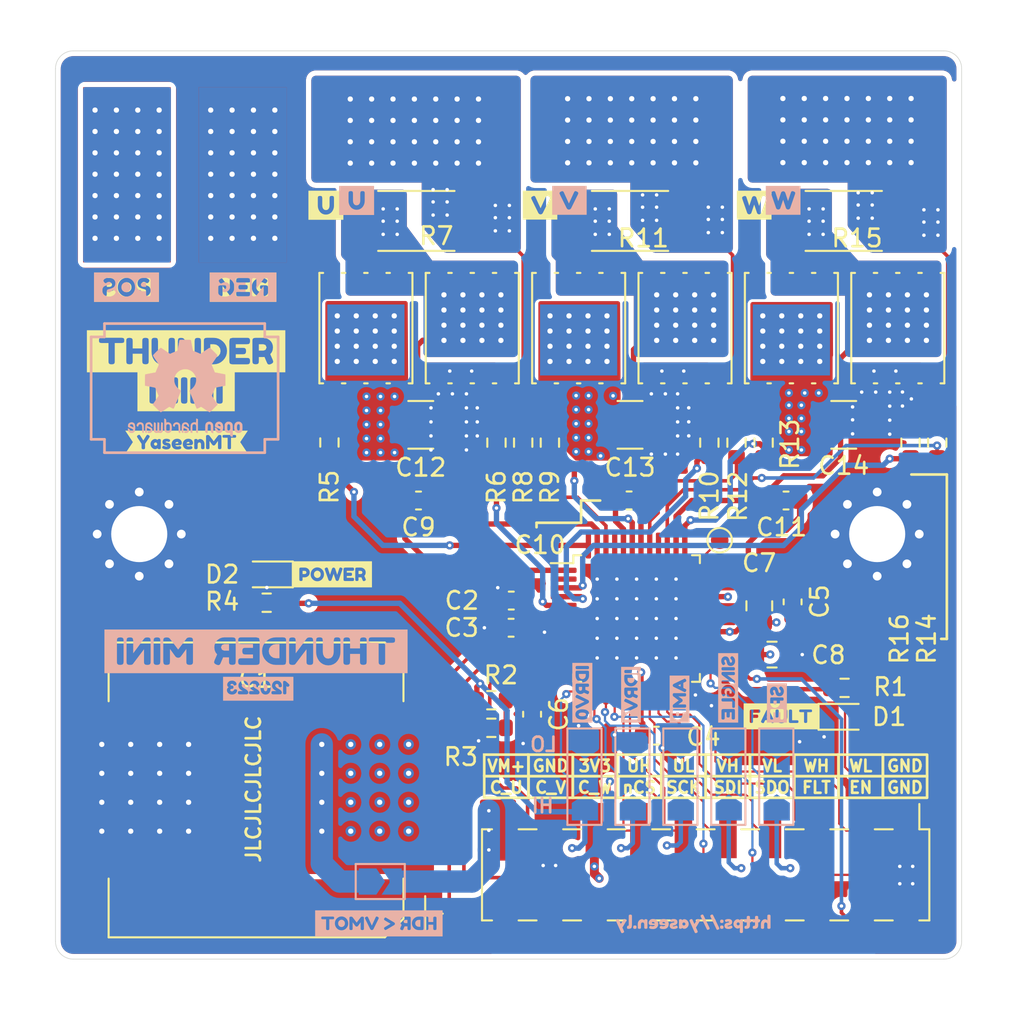
<source format=kicad_pcb>
(kicad_pcb (version 20241229) (generator "pcbnew") (generator_version "9.0")
  (title_block (title "Thunder Mini TMC6200 ESC") (date "2023-02-12") (rev "1.0") (company "Yaseen M. Twati") (comment 1 "htpps://yaseen.ly"))
  (layers (0 "F.Cu" signal "Front") (4 "In1.Cu" power "GND") (6 "In2.Cu" power "POWER") (2 "B.Cu" signal "Back") (13 "F.Paste" user) (15 "B.Paste" user) (5 "F.SilkS" user "F.Silkscreen") (7 "B.SilkS" user "B.Silkscreen") (1 "F.Mask" user) (3 "B.Mask" user) (25 "Edge.Cuts" user))
  (net 0 "")
  (net 1 "+36V")
  (net 2 "GND")
  (net 3 "Net-(C2-Pad1)")
  (net 4 "Net-(C3-Pad1)")
  (net 5 "Net-(C10-Pad2)")
  (net 6 "Net-(C5-Pad1)")
  (net 7 "Net-(C5-Pad2)")
  (net 8 "+3V3")
  (net 9 "VOFS")
  (net 10 "Net-(C7-Pad2)")
  (net 11 "Net-(C9-Pad2)")
  (net 12 "Net-(C11-Pad2)")
  (net 13 "Net-(D2-Pad2)")
  (net 14 "FAULT")
  (net 15 "EN")
  (net 16 "SINGLE")
  (net 17 "CURV")
  (net 18 "O_V")
  (net 19 "SPE")
  (net 20 "AMPLx10")
  (net 21 "Net-(R9-Pad1)")
  (net 22 "BMU")
  (net 23 "Net-(R10-Pad1)")
  (net 24 "BMV")
  (net 25 "VSENSE")
  (net 26 "Net-(R13-Pad1)")
  (net 27 "BMW")
  (net 28 "Net-(R14-Pad1)")
  (net 29 "Net-(D1-Pad2)")
  (net 30 "IRDV1")
  (net 31 "IDRV0")
  (net 32 "/Connectors/HDR_VM")
  (net 33 "Net-(R6-Pad1)")
  (net 34 "O_U")
  (net 35 "O_W")
  (net 36 "HSU")
  (net 37 "LSU")
  (net 38 "HSV")
  (net 39 "LSV")
  (net 40 "HSW")
  (net 41 "LSW")
  (net 42 "USENSE")
  (net 43 "WSENSE")
  (net 44 "Net-(R5-Pad1)")
  (net 45 "CURU")
  (net 46 "CURW")
  (net 47 "UH")
  (net 48 "UL")
  (net 49 "VH")
  (net 50 "VL")
  (net 51 "WH")
  (net 52 "WL")
  (footprint "BSC014N06NSS:BSC014N06NSSCATMA1" (layer "F.Cu") (at 114.2222 60.8336 90)
    (property "Reference" "U5" (hide yes))
    (property "Value" "BSC014N06NS" (hide yes))
  )
  (footprint "Resistor_SMD:R_2512_6332Metric_Pad1.40x3.35mm_HandSolder" (layer "F.Cu") (at 111.0848 54.7166 180)
    (property "Reference" "R11")
    (property "Value" "2.5mR")
  )
  (footprint "MountingHole:MountingHole_3.2mm_M3_Pad_Via" (layer "F.Cu") (at 83.0848 72.5836)
    (property "Reference" "H1" (hide yes))
    (property "Value" "MountingHole_Pad")
  )
  (footprint "Resistor_SMD:R_0603_1608Metric" (layer "F.Cu") (at 90.3543 76.4986 180)
    (property "Reference" "R4")
    (property "Value" "220R")
  )
  (footprint "BSC014N06NSS:BSC014N06NSSCATMA1" (layer "F.Cu") (at 96.0158 60.8336 -90)
    (property "Reference" "U2" (hide yes))
    (property "Value" "BSC014N06NS" (hide yes))
  )
  (footprint "Capacitor_SMD:C_0603_1608Metric" (layer "F.Cu") (at 120.3598 76.451601 -90)
    (property "Reference" "C5")
    (property "Value" "22n/100v")
  )
  (footprint "Capacitor_SMD:C_1210_3225Metric" (layer "F.Cu") (at 123.2768 66.3506)
    (property "Reference" "C14")
    (property "Value" "2.2u/100v")
  )
  (footprint "BSC014N06NSS:BSC014N06NSSCATMA1" (layer "F.Cu") (at 102.0846 60.8336 90)
    (property "Reference" "U3" (hide yes))
    (property "Value" "BSC014N06NS" (hide yes))
  )
  (footprint "Resistor_SMD:R_0603_1608Metric" (layer "F.Cu") (at 93.9348 67.3586 -90)
    (property "Reference" "R5")
    (property "Value" "2R2")
  )
  (footprint "Resistor_SMD:R_0603_1608Metric" (layer "F.Cu") (at 103.1718 82.0606)
    (property "Reference" "R2")
    (property "Value" "1.5k")
  )
  (footprint "Resistor_SMD:R_0603_1608Metric" (layer "F.Cu") (at 123.3243 81.3566)
    (property "Reference" "R1")
    (property "Value" "220R")
  )
  (footprint "Capacitor_SMD:C_0603_1608Metric" (layer "F.Cu") (at 105.4968 82.8606 -90)
    (property "Reference" "C6")
    (property "Value" "100n")
  )
  (footprint "Connector_Wire:SolderWirePad_1x01_SMD_5x10mm" (layer "F.Cu") (at 98.7918 49.5866 90)
    (property "Reference" "J5" (hide yes))
    (property "Value" "OUT_U")
  )
  (footprint "kibuzzard-63E814E3" (layer "F.Cu") (at 105.951 53.817285)
    (property "Reference" "kibuzzard-63E814E3" (hide yes))
    (property "Value" "G***" (hide yes))
  )
  (footprint "Connector_Wire:SolderWirePad_1x01_SMD_5x10mm" (layer "F.Cu") (at 88.9868 52.0866 180)
    (property "Reference" "J3" (hide yes))
    (property "Value" "VM-")
  )
  (footprint "Resistor_SMD:R_0603_1608Metric" (layer "F.Cu") (at 103.1718 83.6356 180)
    (property "Reference" "R3")
    (property "Value" "4.7k")
  )
  (footprint "Capacitor_SMD:CP_Elec_16x22" (layer "F.Cu") (at 89.7488 87.1786 180)
    (property "Reference" "C1")
    (property "Value" "470uf/63v")
  )
  (footprint "BSC014N06NSS:BSC014N06NSSCATMA1" (layer "F.Cu") (at 108.1534 60.8336 -90)
    (property "Reference" "U4" (hide yes))
    (property "Value" "BSC014N06NS" (hide yes))
  )
  (footprint "Resistor_SMD:R_0603_1608Metric" (layer "F.Cu") (at 106.5128 67.3666 -90)
    (property "Reference" "R9")
    (property "Value" "2R2")
  )
  (footprint "Resistor_SMD:R_0603_1608Metric" (layer "F.Cu") (at 128.6108 67.3666 -90)
    (property "Reference" "R16")
    (property "Value" "10R")
  )
  (footprint "BSC014N06NSS:BSC014N06NSSCATMA1" (layer "F.Cu") (at 126.3598 60.8336 90)
    (property "Reference" "U7" (hide yes))
    (property "Value" "BSC014N06NS" (hide yes))
  )
  (footprint "Connector_Wire:SolderWirePad_1x01_SMD_5x10mm" (layer "F.Cu") (at 123.5308 49.5866 90)
    (property "Reference" "J6" (hide yes))
    (property "Value" "OUT_W")
  )
  (footprint "Capacitor_SMD:C_0603_1608Metric" (layer "F.Cu") (at 104.3 77.9276 180)
    (property "Reference" "C3")
    (property "Value" "2.2u/10v")
  )
  (footprint "Connector_Wire:SolderWirePad_1x01_SMD_5x10mm" (layer "F.Cu") (at 111.1613 49.5866 90)
    (property "Reference" "J4" (hide yes))
    (property "Value" "OUT_V")
  )
  (footprint "Capacitor_SMD:C_0603_1608Metric" (layer "F.Cu") (at 99.0168 70.6686 180)
    (property "Reference" "C9")
    (property "Value" "470n/16v")
  )
  (footprint "kibuzzard-63E814DC" (layer "F.Cu") (at 93.7336 53.823)
    (property "Reference" "kibuzzard-63E814DC" (hide yes))
    (property "Value" "G***" (hide yes))
  )
  (footprint "Capacitor_SMD:C_1210_3225Metric" (layer "F.Cu") (at 99.1468 66.3506)
    (property "Reference" "C12")
    (property "Value" "2.2u/100v")
  )
  (footprint "TestPoint:TestPoint_Pad_D1.0mm" (layer "F.Cu") (at 116.2008 72.9336)
    (property "Reference" "TP1" (hide yes))
    (property "Value" "VCP")
  )
  (footprint "Package_QFP:TQFP-48-1EP_7x7mm_P0.5mm_EP5x5mm_ThermalVias" (layer "F.Cu") (at 111.4598 77.4016)
    (property "Reference" "U1" (hide yes))
    (property "Value" "TMC6200")
  )
  (footprint "kibuzzard-63E81466" (layer "F.Cu") (at 82.3544 58.4966)
    (property "Reference" "kibuzzard-63E81466" (hide yes))
    (property "Value" "G***" (hide yes))
  )
  (footprint "kibuzzard-63E88062" (layer "F.Cu") (at 85.758 62.1542)
    (property "Reference" "kibuzzard-63E88062" (hide yes))
    (property "Value" "G***" (hide yes))
  )
  (footprint "Capacitor_SMD:C_0603_1608Metric" (layer "F.Cu") (at 112.5848 84.0836)
    (property "Reference" "C4")
    (property "Value" "100n")
  )
  (footprint "Resistor_SMD:R_2512_6332Metric_Pad1.40x3.35mm_HandSolder" (layer "F.Cu") (at 123.2768 54.7166 180)
    (property "Reference" "R15")
    (property "Value" "2.5mR")
  )
  (footprint "kibuzzard-63E226B2" (layer "F.Cu") (at 94.1146 74.8796)
    (property "Reference" "kibuzzard-63E226B2" (hide yes))
    (property "Value" "G***" (hide yes))
  )
  (footprint "Connector_PinHeader_2.54mm:PinHeader_2x10_P2.54mm_Vertical_SMD" (layer "F.Cu") (at 115.3998 92.0246 -90)
    (property "Reference" "J1" (hide yes))
    (property "Value" "INPUT")
  )
  (footprint "Resistor_SMD:R_2512_6332Metric_Pad1.40x3.35mm_HandSolder" (layer "F.Cu") (at 98.8928 54.7166 180)
    (property "Reference" "R7")
    (property "Value" "2.5mR")
  )
  (footprint "Connector_Wire:SolderWirePad_1x01_SMD_5x10mm" (layer "F.Cu") (at 82.3828 52.0866 180)
    (property "Reference" "J2" (hide yes))
    (property "Value" "VM+")
  )
  (footprint "kibuzzard-63E814C2" (layer "F.Cu") (at 118.1684 53.817285)
    (property "Reference" "kibuzzard-63E814C2" (hide yes))
    (property "Value" "G***" (hide yes))
  )
  (footprint "Capacitor_SMD:C_1210_3225Metric" (layer "F.Cu") (at 111.0848 66.3506)
    (property "Reference" "C13")
    (property "Value" "2.2u/100v")
  )
  (footprint "BSC014N06NSS:BSC014N06NSSCATMA1" (layer "F.Cu") (at 120.291 60.8336 -90)
    (property "Reference" "U6" (hide yes))
    (property "Value" "BSC014N06NS" (hide yes))
  )
  (footprint "Resistor_SMD:R_0603_1608Metric" (layer "F.Cu") (at 115.6098 67.3666 -90)
    (property "Reference" "R10")
    (property "Value" "2R2")
  )
  (footprint "kibuzzard-63E88068" (layer "F.Cu") (at 85.758 64.3894)
    (property "Reference" "kibuzzard-63E88068" (hide yes))
    (property "Value" "G***" (hide yes))
  )
  (footprint "MountingHole:MountingHole_3.2mm_M3_Pad_Via" (layer "F.Cu") (at 125.1848 72.5836)
    (property "Reference" "H2" (hide yes))
    (property "Value" "MountingHole_Pad")
  )
  (footprint "kibuzzard-63E813A9" (layer "F.Cu") (at 119.6924 82.9822)
    (property "Reference" "kibuzzard-63E813A9" (hide yes))
    (property "Value" "G***" (hide yes))
  )
  (footprint "LED_SMD:LED_0603_1608Metric" (layer "F.Cu") (at 90.3633 74.8836 180)
    (property "Reference" "D2")
    (property "Value" "PWR")
  )
  (footprint "Resistor_SMD:R_0603_1608Metric" (layer "F.Cu") (at 118.7048 67.3666 -90)
    (property "Reference" "R13")
    (property "Value" "2R2")
  )
  (footprint "LED_SMD:LED_0603_1608Metric" (layer "F.Cu") (at 123.3243 83.0076)
    (property "Reference" "D1")
    (property "Value" "FAULT")
  )
  (footprint "kibuzzard-63E81470" (layer "F.Cu") (at 89.0092 58.4966)
    (property "Reference" "kibuzzard-63E81470" (hide yes))
    (property "Value" "G***" (hide yes))
  )
  (footprint "Capacitor_SMD:C_0805_2012Metric" (layer "F.Cu") (at 118.4598 76.6766 90)
    (property "Reference" "C7")
    (property "Value" "100n/100v")
  )
  (footprint "Capacitor_SMD:C_0603_1608Metric" (layer "F.Cu") (at 119.9848 70.6686)
    (property "Reference" "C11")
    (property "Value" "470n/16v")
  )
  (footprint "Resistor_SMD:R_0603_1608Metric" (layer "F.Cu") (at 117.1598 67.3666 -90)
    (property "Reference" "R12")
    (property "Value" "10R")
  )
  (footprint "Capacitor_SMD:C_0805_2012Metric" (layer "F.Cu") (at 119.1848 79.4586)
    (property "Reference" "C8")
    (property "Value" "100n/100v")
  )
  (footprint "Resistor_SMD:R_0603_1608Metric" (layer "F.Cu") (at 127.0868 67.3666 -90)
    (property "Reference" "R14")
    (property "Value" "2R2")
  )
  (footprint "Resistor_SMD:R_0603_1608Metric" (layer "F.Cu") (at 104.9888 67.3666 -90)
    (property "Reference" "R8")
    (property "Value" "10R")
  )
  (footprint "Resistor_SMD:R_0603_1608Metric" (layer "F.Cu") (at 103.4648 67.3666 -90)
    (property "Reference" "R6")
    (property "Value" "2R2")
  )
  (footprint "Capacitor_SMD:C_0603_1608Metric" (layer "F.Cu") (at 111.031 70.6632 180)
    (property "Reference" "C10")
    (property "Value" "470n/16v")
  )
  (footprint "kibuzzard-63E27A2B" (layer "F.Cu") (at 85.7834 67.3358)
    (property "Reference" "kibuzzard-63E27A2B" (hide yes))
    (property "Value" "G***" (hide yes))
  )
  (footprint "Capacitor_SMD:C_0603_1608Metric" (layer "F.Cu") (at 104.3098 76.3766 180)
    (property "Reference" "C2")
    (property "Value" "4.7u/16v")
  )
  (footprint "kibuzzard-63E814C2" (layer "B.Cu") (at 119.8194 53.5436 180)
    (property "Reference" "kibuzzard-63E814C2" (hide yes))
    (property "Value" "G***" (hide yes))
  )
  (footprint "kibuzzard-63E814E3" (layer "B.Cu") (at 107.6274 53.5436 180)
    (property "Reference" "kibuzzard-63E814E3" (hide yes))
    (property "Value" "G***" (hide yes))
  )
  (footprint "kibuzzard-63E814DC" (layer "B.Cu") (at 95.4862 53.549315 180)
    (property "Reference" "kibuzzard-63E814DC" (hide yes))
    (property "Value" "G***" (hide yes))
  )
  (footprint "Jumper:SolderJumper-2_P1.3mm_Open_TrianglePad1.0x1.5mm" (layer "B.Cu") (at 96.8348 92.4056)
    (property "Reference" "JP1" (hide yes))
    (property "Value" "VMOT_HDR")
  )
  (footprint "kibuzzard-63E81466" (layer "B.Cu") (at 82.3544 58.4966 180)
    (property "Reference" "kibuzzard-63E81466" (hide yes))
    (property "Value" "G***" (hide yes))
  )
  (footprint "kibuzzard-63E88449" (layer "B.Cu") (at 111.140391 81.748951 -90)
    (property "Reference" "kibuzzard-63E88449" (hide yes))
    (property "Value" "G***" (hide yes))
  )
  (footprint "kibuzzard-63E88467" (layer "B.Cu") (at 119.4638 82.2202 -90)
    (property "Reference" "kibuzzard-63E88467" (hide yes))
    (property "Value" "G***" (hide yes))
  )
  (footprint "Symbol:OSHW-Logo2_7.3x6mm_SilkScreen" (layer "B.Cu") (at 85.7072 64.2624 180)
    (property "Reference" "L1" (hide yes))
    (property "Value" "OSHW_LOGO" (hide yes))
  )
  (footprint "Jumper:SolderJumper-3_P2.0mm_Open_TrianglePad1.0x1.5mm" (layer "B.Cu") (at 119.4523 86.4236 -90)
    (property "Reference" "JP2" (hide yes))
    (property "Value" "SPE")
  )
  (footprint "Jumper:SolderJumper-3_P2.0mm_Open_TrianglePad1.0x1.5mm" (layer "B.Cu") (at 108.5098 86.4236 -90)
    (property "Reference" "JP4" (hide yes))
    (property "Value" "IDRV0")
  )
  (footprint "Jumper:SolderJumper-3_P2.0mm_Open_TrianglePad1.0x1.5mm" (layer "B.Cu") (at 113.98105 86.4236 -90)
    (property "Reference" "JP6" (hide yes))
    (property "Value" "AMPLx10")
  )
  (footprint "kibuzzard-63E88196" (layer "B.Cu") (at 89.8728 81.4074 180)
    (property "Reference" "kibuzzard-63E88196" (hide yes))
    (property "Value" "G***" (hide yes))
  )
  (footprint "Jumper:SolderJumper-3_P2.0mm_Open_TrianglePad1.0x1.5mm" (layer "B.Cu") (at 111.245425 86.4236 -90)
    (property "Reference" "JP5" (hide yes))
    (property "Value" "IDRV1")
  )
  (footprint "kibuzzard-63E88461" (layer "B.Cu") (at 116.683213 81.357379 -90)
    (property "Reference" "kibuzzard-63E88461" (hide yes))
    (property "Value" "G***" (hide yes))
  )
  (footprint "kibuzzard-63E8845B" (layer "B.Cu") (at 113.908919 81.997942 -90)
    (property "Reference" "kibuzzard-63E8845B" (hide yes))
    (property "Value" "G***" (hide yes))
  )
  (footprint "kibuzzard-63E881E0" (layer "B.Cu") (at 89.7458 79.2738 180)
    (property "Reference" "kibuzzard-63E881E0" (hide yes))
    (property "Value" "G***" (hide yes))
  )
  (footprint "kibuzzard-63E8842E" (layer "B.Cu") (at 108.364 81.635725 -90)
    (property "Reference" "kibuzzard-63E8842E" (hide yes))
    (property "Value" "G***" (hide yes))
  )
  (footprint "kibuzzard-63E81470" (layer "B.Cu") (at 89.0092 58.4966 180)
    (property "Reference" "kibuzzard-63E81470" (hide yes))
    (property "Value" "G***" (hide yes))
  )
  (footprint "Jumper:SolderJumper-3_P2.0mm_Open_TrianglePad1.0x1.5mm" (layer "B.Cu") (at 116.716675 86.4236 -90)
    (property "Reference" "JP3" (hide yes))
    (property "Value" "SINGLE")
  )
  (footprint "kibuzzard-63E88245" (layer "B.Cu") (at 96.7562 94.7932 180)
    (property "Reference" "kibuzzard-63E88245" (hide yes))
    (property "Value" "G***" (hide yes))
  )
  (footprint "kibuzzard-63E27F9D" (layer "B.Cu") (at 114.6886 94.8186 180)
    (property "Reference" "kibuzzard-63E27F9D" (hide yes))
    (property "Value" "G***" (hide yes))
  )
  (gr_rect (start 102.7664 86.3985) (end 105.2864 87.6279) (stroke (width 0.1524)) (fill no) (layer "F.SilkS"))
  (gr_line (start 129.1598 78.5626) (end 129.1598 69.1836) (stroke (width 0.1524)) (layer "F.SilkS"))
  (gr_rect (start 115.4029 86.3985) (end 117.9229 87.6279) (stroke (width 0.1524)) (fill no) (layer "F.SilkS"))
  (gr_rect (start 120.4575 85.1666) (end 122.9775 86.396) (stroke (width 0.1524)) (fill no) (layer "F.SilkS"))
  (gr_rect (start 105.2937 85.1666) (end 107.8137 86.396) (stroke (width 0.1524)) (fill no) (layer "F.SilkS"))
  (gr_rect (start 117.9302 85.1666) (end 120.4502 86.396) (stroke (width 0.1524)) (fill no) (layer "F.SilkS"))
  (gr_rect (start 110.3483 85.1666) (end 112.8683 86.396) (stroke (width 0.1524)) (fill no) (layer "F.SilkS"))
  (gr_rect (start 115.4029 85.1666) (end 117.9229 86.396) (stroke (width 0.1524)) (fill no) (layer "F.SilkS"))
  (gr_rect (start 102.7664 85.1666) (end 105.2864 86.396) (stroke (width 0.1524)) (fill no) (layer "F.SilkS"))
  (gr_rect (start 112.8756 86.3985) (end 115.3956 87.6279) (stroke (width 0.1524)) (fill no) (layer "F.SilkS"))
  (gr_line (start 129.1598 69.1836) (end 127.1348 69.1836) (stroke (width 0.1524)) (layer "F.SilkS"))
  (gr_rect (start 120.4575 86.3985) (end 122.9775 87.6279) (stroke (width 0.1524)) (fill no) (layer "F.SilkS"))
  (gr_rect (start 105.2937 86.3985) (end 107.8137 87.6279) (stroke (width 0.1524)) (fill no) (layer "F.SilkS"))
  (gr_line (start 105.7508 71.9386) (end 108.2908 71.9386) (stroke (width 0.1524)) (layer "F.SilkS"))
  (gr_rect (start 107.821 86.3985) (end 110.341 87.6279) (stroke (width 0.1524)) (fill no) (layer "F.SilkS"))
  (gr_line (start 128.8348 78.5626) (end 129.1598 78.5626) (stroke (width 0.1524)) (layer "F.SilkS"))
  (gr_rect (start 125.5121 86.3985) (end 128.0321 87.6279) (stroke (width 0.1524)) (fill no) (layer "F.SilkS"))
  (gr_line (start 108.2908 71.9386) (end 108.2908 70.6686) (stroke (width 0.1524)) (layer "F.SilkS"))
  (gr_rect (start 112.8756 85.1666) (end 115.3956 86.396) (stroke (width 0.1524)) (fill no) (layer "F.SilkS"))
  (gr_line (start 105.7508 72.1926) (end 105.7508 71.9386) (stroke (width 0.1524)) (layer "F.SilkS"))
  (gr_rect (start 107.821 85.1666) (end 110.341 86.396) (stroke (width 0.1524)) (fill no) (layer "F.SilkS"))
  (gr_rect (start 110.3483 86.3985) (end 112.8683 87.6279) (stroke (width 0.1524)) (fill no) (layer "F.SilkS"))
  (gr_line (start 108.2908 70.6686) (end 109.38 70.6686) (stroke (width 0.1524)) (layer "F.SilkS"))
  (gr_rect (start 125.5121 85.1666) (end 128.0321 86.396) (stroke (width 0.1524)) (fill no) (layer "F.SilkS"))
  (gr_rect (start 122.9848 86.3985) (end 125.5048 87.6279) (stroke (width 0.1524)) (fill no) (layer "F.SilkS"))
  (gr_rect (start 117.9302 86.3985) (end 120.4502 87.6279) (stroke (width 0.1524)) (fill no) (layer "F.SilkS"))
  (gr_rect (start 122.9848 85.1666) (end 125.5048 86.396) (stroke (width 0.1524)) (fill no) (layer "F.SilkS"))
  (gr_line (start 91.0078 67.1776) (end 90.2458 67.1776) (stroke (width 0.1524)) (layer "B.SilkS"))
  (gr_line (start 80.3398 61.3356) (end 81.1018 61.3356) (stroke (width 0.1524)) (layer "B.SilkS"))
  (gr_line (start 81.1018 61.3356) (end 81.1018 60.5736) (stroke (width 0.1524)) (layer "B.SilkS"))
  (gr_line (start 90.2458 67.1776) (end 90.2458 67.9396) (stroke (width 0.1524)) (layer "B.SilkS"))
  (gr_line (start 90.2458 61.3356) (end 91.0078 61.3356) (stroke (width 0.1524)) (layer "B.SilkS"))
  (gr_line (start 90.2458 67.9396) (end 81.1018 67.9396) (stroke (width 0.1524)) (layer "B.SilkS"))
  (gr_line (start 81.1018 60.5736) (end 90.2458 60.5736) (stroke (width 0.1524)) (layer "B.SilkS"))
  (gr_line (start 81.1018 67.9396) (end 81.1018 67.1776) (stroke (width 0.1524)) (layer "B.SilkS"))
  (gr_line (start 80.3398 67.1776) (end 80.3398 61.3356) (stroke (width 0.1524)) (layer "B.SilkS"))
  (gr_line (start 90.2458 60.5736) (end 90.2458 61.3356) (stroke (width 0.1524)) (layer "B.SilkS"))
  (gr_line (start 81.1018 67.1776) (end 80.3398 67.1776) (stroke (width 0.1524)) (layer "B.SilkS"))
  (gr_line (start 91.0078 61.3356) (end 91.0078 67.1776) (stroke (width 0.1524)) (layer "B.SilkS"))
  (gr_line (start 128.9888 45.0146) (end 79.32322 45.0146) (stroke (width 0.0381)) (layer "Edge.Cuts"))
  (gr_arc (start 79.32322 96.832599) (mid 78.604787 96.535027) (end 78.307221 95.8166) (stroke (width 0.0381)) (layer "Edge.Cuts"))
  (gr_line (start 78.30722 46.0306) (end 78.307221 95.8166) (stroke (width 0.0381)) (layer "Edge.Cuts"))
  (gr_arc (start 128.9888 45.0146) (mid 129.70722 45.31218) (end 130.0048 46.0306) (stroke (width 0.0381)) (layer "Edge.Cuts"))
  (gr_line (start 79.32322 96.832599) (end 128.988801 96.832599) (stroke (width 0.0381)) (layer "Edge.Cuts"))
  (gr_arc (start 78.30722 46.0306) (mid 78.604801 45.312187) (end 79.32322 45.0146) (stroke (width 0.0381)) (layer "Edge.Cuts"))
  (gr_arc (start 130.0048 95.8166) (mid 129.707221 96.53502) (end 128.988801 96.832599) (stroke (width 0.0381)) (layer "Edge.Cuts"))
  (gr_line (start 130.0048 95.8166) (end 130.0048 46.0306) (stroke (width 0.0381)) (layer "Edge.Cuts"))
  (gr_text "C_V" (at 106.5537 87.0432 0) (layer "F.SilkS") (effects (font (size 0.6604 0.6604) (thickness 0.1524))))
  (gr_text "SDI" (at 116.6629 87.0432 0) (layer "F.SilkS") (effects (font (size 0.6604 0.6604) (thickness 0.1524))))
  (gr_text "VL" (at 119.1902 85.8113 0) (layer "F.SilkS") (effects (font (size 0.6604 0.6604) (thickness 0.1524))))
  (gr_text "GND" (at 106.5537 85.8113 0) (layer "F.SilkS") (effects (font (size 0.6604 0.6604) (thickness 0.1524))))
  (gr_text "nCS" (at 111.6083 87.0432 0) (layer "F.SilkS") (effects (font (size 0.6604 0.6604) (thickness 0.1524))))
  (gr_text "GND" (at 126.7721 85.8113 0) (layer "F.SilkS") (effects (font (size 0.6604 0.6604) (thickness 0.1524))))
  (gr_text "EN" (at 124.2448 87.0432 0) (layer "F.SilkS") (effects (font (size 0.6604 0.6604) (thickness 0.1524))))
  (gr_text "VM+" (at 104.0264 85.8113 0) (layer "F.SilkS") (effects (font (size 0.6604 0.6604) (thickness 0.1524))))
  (gr_text "WL" (at 124.2448 85.8113 0) (layer "F.SilkS") (effects (font (size 0.6604 0.6604) (thickness 0.1524))))
  (gr_text "C_U" (at 104.0264 87.0432 0) (layer "F.SilkS") (effects (font (size 0.6604 0.6604) (thickness 0.1524))))
  (gr_text "SDO" (at 119.1902 87.0432 0) (layer "F.SilkS") (effects (font (size 0.6604 0.6604) (thickness 0.1524))))
  (gr_text "SCK" (at 114.1356 87.0432 0) (layer "F.SilkS") (effects (font (size 0.6604 0.6604) (thickness 0.1524))))
  (gr_text "JLCJLCJLCJLC" (at 89.6008 87.1336 90) (layer "F.SilkS") (effects (font (size 0.8128 0.8128) (thickness 0.1524))))
  (gr_text "UL" (at 114.1356 85.8113 0) (layer "F.SilkS") (effects (font (size 0.6604 0.6604) (thickness 0.1524))))
  (gr_text "C_W" (at 109.081 87.0432 0) (layer "F.SilkS") (effects (font (size 0.6604 0.6604) (thickness 0.1524))))
  (gr_text "WH" (at 121.7175 85.8113 0) (layer "F.SilkS") (effects (font (size 0.6604 0.6604) (thickness 0.1524))))
  (gr_text "GND" (at 126.7721 87.0432 0) (layer "F.SilkS") (effects (font (size 0.6604 0.6604) (thickness 0.1524))))
  (gr_text "3V3" (at 109.081 85.8113 0) (layer "F.SilkS") (effects (font (size 0.6604 0.6604) (thickness 0.1524))))
  (gr_text "FLT" (at 121.7175 87.0432 0) (layer "F.SilkS") (effects (font (size 0.6604 0.6604) (thickness 0.1524))))
  (gr_text "UH" (at 111.6083 85.8113 0) (layer "F.SilkS") (effects (font (size 0.6604 0.6604) (thickness 0.1524))))
  (gr_text "VH" (at 116.6629 85.8113 0) (layer "F.SilkS") (effects (font (size 0.6604 0.6604) (thickness 0.1524))))
  (gr_text "HI" (at 106.1008 88.0836 0) (layer "B.SilkS") (effects (font (size 0.8128 0.8128) (thickness 0.1524)) (justify mirror)))
  (gr_text "LO" (at 106.1508 84.5836 0) (layer "B.SilkS") (effects (font (size 0.8128 0.8128) (thickness 0.1524)) (justify mirror)))
  (segment (start 118.2348 79.4586) (end 118.2348 77.8516) (width 0.3048) (layer "F.Cu") (net 1))
  (segment (start 119.0758 79.4586) (end 119.0828 79.4516) (width 0.3048) (layer "F.Cu") (net 1))
  (segment (start 116.6028 78.1516) (end 116.6528 78.1516) (width 0.3048) (layer "F.Cu") (net 1))
  (segment (start 119.4384 77.6228) (end 119.4346 77.6266) (width 0.254) (layer "F.Cu") (net 1))
  (segment (start 116.6028 78.1516) (end 117.1168 78.1516) (width 0.3048) (layer "F.Cu") (net 1))
  (segment (start 117.1168 78.1516) (end 117.6418 77.6266) (width 0.3048) (layer "F.Cu") (net 1))
  (segment (start 116.6698 76.1601) (end 116.6613 76.1516) (width 0.3048) (layer "F.Cu") (net 1))
  (segment (start 118.2348 79.4586) (end 119.0758 79.4586) (width 0.3048) (layer "F.Cu") (net 1))
  (segment (start 116.6613 76.1516) (end 115.6223 76.1516) (width 0.3048) (layer "F.Cu") (net 1))
  (segment (start 119.4346 77.6266) (end 118.4598 77.6266) (width 0.254) (layer "F.Cu") (net 1))
  (segment (start 118.2348 77.8516) (end 118.4598 77.6266) (width 0.3048) (layer "F.Cu") (net 1))
  (segment (start 117.6418 77.6266) (end 118.4598 77.6266) (width 0.3048) (layer "F.Cu") (net 1))
  (segment (start 115.6223 78.1516) (end 116.6028 78.1516) (width 0.3048) (layer "F.Cu") (net 1))
  (via (at 96.8018 87.8836) (size 0.6) (drill 0.3) (layers "F.Cu" "B.Cu") (net 1))
  (via (at 83.0008 55.7104) (size 0.6) (drill 0.3) (layers "F.Cu" "B.Cu") (net 1))
  (via (at 81.7816 49.6144) (size 0.6) (drill 0.3) (layers "F.Cu" "B.Cu") (net 1))
  (via (at 96.8018 86.2326) (size 0.6) (drill 0.3) (layers "F.Cu" "B.Cu") (net 1))
  (via (at 108.0084 64.6836) (size 0.47) (drill 0.2) (layers "F.Cu" "B.Cu") (net 1))
  (via (at 96.8508 65.5336) (size 0.47) (drill 0.2) (layers "F.Cu" "B.Cu") (net 1))
  (via (at 96.8018 89.5346) (size 0.6) (drill 0.3) (layers "F.Cu" "B.Cu") (net 1))
  (via (at 121.0508 64.5336) (size 0.47) (drill 0.2) (layers "F.Cu" "B.Cu") (net 1))
  (via (at 97.6508 64.7336) (size 0.47) (drill 0.2) (layers "F.Cu" "B.Cu") (net 1))
  (via (at 83.0008 48.3952) (size 0.6) (drill 0.3) (layers "F.Cu" "B.Cu") (net 1))
  (via (at 81.7816 48.3952) (size 0.6) (drill 0.3) (layers "F.Cu" "B.Cu") (net 1))
  (via (at 80.5624 49.6144) (size 0.6) (drill 0.3) (layers "F.Cu" "B.Cu") (net 1))
  (via (at 83.0008 54.4912) (size 0.6) (drill 0.3) (layers "F.Cu" "B.Cu") (net 1))
  (via (at 96.0508 67.9336) (size 0.47) (drill 0.2) (layers "F.Cu" "B.Cu") (net 1))
  (via (at 98.4528 84.5816) (size 0.6) (drill 0.3) (layers "F.Cu" "B.Cu") (net 1))
  (via (at 84.22 53.272) (size 0.6) (drill 0.3) (layers "F.Cu" "B.Cu") (net 1))
  (via (at 95.1508 84.5816) (size 0.6) (drill 0.3) (layers "F.Cu" "B.Cu") (net 1))
  (via (at 81.7816 55.7104) (size 0.6) (drill 0.3) (layers "F.Cu" "B.Cu") (net 1))
  (via (at 98.4528 89.5346) (size 0.6) (drill 0.3) (layers "F.Cu" "B.Cu") (net 1))
  (via (at 116.7714 78.1562) (size 0.47) (drill 0.2) (layers "F.Cu" "B.Cu") (net 1))
  (via (at 80.5624 48.3952) (size 0.6) (drill 0.3) (layers "F.Cu" "B.Cu") (net 1))
  (via (at 96.8018 84.5816) (size 0.6) (drill 0.3) (layers "F.Cu" "B.Cu") (net 1))
  (via (at 96.8508 64.7336) (size 0.47) (drill 0.2) (layers "F.Cu" "B.Cu") (net 1))
  (via (at 81.7816 52.0528) (size 0.6) (drill 0.3) (layers "F.Cu" "B.Cu") (net 1))
  (via (at 96.0508 65.5336) (size 0.47) (drill 0.2) (layers "F.Cu" "B.Cu") (net 1))
  (via (at 120.8608 66.7336) (size 0.47) (drill 0.2) (layers "F.Cu" "B.Cu") (net 1))
  (via (at 120.1496 64.5336) (size 0.47) (drill 0.2) (layers "F.Cu" "B.Cu") (net 1))
  (via (at 121.8508 64.5336) (size 0.47) (drill 0.2) (layers "F.Cu" "B.Cu") (net 1))
  (via (at 83.0008 49.6144) (size 0.6) (drill 0.3) (layers "F.Cu" "B.Cu") (net 1))
  (via (at 81.7816 50.8336) (size 0.6) (drill 0.3) (layers "F.Cu" "B.Cu") (net 1))
  (via (at 81.7816 54.4912) (size 0.6) (drill 0.3) (layers "F.Cu" "B.Cu") (net 1))
  (via (at 109.4054 68.1232) (size 0.47) (drill 0.2) (layers "F.Cu" "B.Cu") (net 1))
  (via (at 96.8508 67.1336) (size 0.47) (drill 0.2) (layers "F.Cu" "B.Cu") (net 1))
  (via (at 96.0508 66.3336) (size 0.47) (drill 0.2) (layers "F.Cu" "B.Cu") (net 1))
  (via (at 93.4998 89.5346) (size 0.6) (drill 0.3) (layers "F.Cu" "B.Cu") (net 1))
  (via (at 95.1508 89.5346) (size 0.6) (drill 0.3) (layers "F.Cu" "B.Cu") (net 1))
  (via (at 120.8608 65.9836) (size 0.47) (drill 0.2) (layers "F.Cu" "B.Cu") (net 1))
  (via (at 96.8508 67.9336) (size 0.47) (drill 0.2) (layers "F.Cu" "B.Cu") (net 1))
  (via (at 108.7196 66.2836) (size 0.47) (drill 0.2) (layers "F.Cu" "B.Cu") (net 1))
  (via (at 120.8608 67.7836) (size 0.47) (drill 0.2) (layers "F.Cu" "B.Cu") (net 1))
  (via (at 97.6508 67.9336) (size 0.47) (drill 0.2) (layers "F.Cu" "B.Cu") (net 1))
  (via (at 84.22 48.3952) (size 0.6) (drill 0.3) (layers "F.Cu" "B.Cu") (net 1))
  (via (at 80.5624 55.7104) (size 0.6) (drill 0.3) (layers "F.Cu" "B.Cu") (net 1))
  (via (at 81.7816 53.272) (size 0.6) (drill 0.3) (layers "F.Cu" "B.Cu") (net 1))
  (via (at 96.8508 66.3336) (size 0.47) (drill 0.2) (layers "F.Cu" "B.Cu") (net 1))
  (via (at 83.0008 50.8336) (size 0.6) (drill 0.3) (layers "F.Cu" "B.Cu") (net 1))
  (via (at 93.4998 87.8836) (size 0.6) (drill 0.3) (layers "F.Cu" "B.Cu") (net 1))
  (via (at 93.4998 84.5816) (size 0.6) (drill 0.3) (layers "F.Cu" "B.Cu") (net 1))
  (via (at 108.0084 67.8836) (size 0.47) (drill 0.2) (layers "F.Cu" "B.Cu") (net 1))
  (via (at 80.5624 50.8336) (size 0.6) (drill 0.3) (layers "F.Cu" "B.Cu") (net 1))
  (via (at 120.1496 67.7836) (size 0.47) (drill 0.2) (layers "F.Cu" "B.Cu") (net 1))
  (via (at 95.1508 86.2326) (size 0.6) (drill 0.3) (layers "F.Cu" "B.Cu") (net 1))
  (via (at 110.1166 64.6942) (size 0.47) (drill 0.2) (layers "F.Cu" "B.Cu") (net 1))
  (via (at 119.0828 79.4516) (size 0.47) (drill 0.2) (layers "F.Cu" "B.Cu") (net 1))
  (via (at 119.4384 77.6228) (size 0.47) (drill 0.2) (layers "F.Cu" "B.Cu") (net 1))
  (via (at 84.22 49.6144) (size 0.6) (drill 0.3) (layers "F.Cu" "B.Cu") (net 1))
  (via (at 108.0084 66.2836) (size 0.47) (drill 0.2) (layers "F.Cu" "B.Cu") (net 1))
  (via (at 98.4528 87.8836) (size 0.6) (drill 0.3) (layers "F.Cu" "B.Cu") (net 1))
  (via (at 108.7196 67.8836) (size 0.47) (drill 0.2) (layers "F.Cu" "B.Cu") (net 1))
  (via (at 120.1496 66.7336) (size 0.47) (drill 0.2) (layers "F.Cu" "B.Cu") (net 1))
  (via (at 83.0008 53.272) (size 0.6) (drill 0.3) (layers "F.Cu" "B.Cu") (net 1))
  (via (at 84.22 50.8336) (size 0.6) (drill 0.3) (layers "F.Cu" "B.Cu") (net 1))
  (via (at 108.0084 65.4836) (size 0.47) (drill 0.2) (layers "F.Cu" "B.Cu") (net 1))
  (via (at 108.7196 64.6836) (size 0.47) (drill 0.2) (layers "F.Cu" "B.Cu") (net 1))
  (via (at 83.0008 52.0528) (size 0.6) (drill 0.3) (layers "F.Cu" "B.Cu") (net 1))
  (via (at 96.0508 67.1336) (size 0.47) (drill 0.2) (layers "F.Cu" "B.Cu") (net 1))
  (via (at 84.22 52.0528) (size 0.6) (drill 0.3) (layers "F.Cu" "B.Cu") (net 1))
  (via (at 120.1496 65.9836) (size 0.47) (drill 0.2) (layers "F.Cu" "B.Cu") (net 1))
  (via (at 80.5624 54.4912) (size 0.6) (drill 0.3) (layers "F.Cu" "B.Cu") (net 1))
  (via (at 116.6698 76.1601) (size 0.47) (drill 0.2) (layers "F.Cu" "B.Cu") (net 1))
  (via (at 96.0508 64.7336) (size 0.47) (drill 0.2) (layers "F.Cu" "B.Cu") (net 1))
  (via (at 84.22 54.4912) (size 0.6) (drill 0.3) (layers "F.Cu" "B.Cu") (net 1))
  (via (at 80.5624 52.0528) (size 0.6) (drill 0.3) (layers "F.Cu" "B.Cu") (net 1))
  (via (at 108.0084 67.0836) (size 0.47) (drill 0.2) (layers "F.Cu" "B.Cu") (net 1))
  (via (at 84.22 55.7104) (size 0.6) (drill 0.3) (layers "F.Cu" "B.Cu") (net 1))
  (via (at 120.8608 65.2336) (size 0.47) (drill 0.2) (layers "F.Cu" "B.Cu") (net 1))
  (via (at 108.7196 65.4836) (size 0.47) (drill 0.2) (layers "F.Cu" "B.Cu") (net 1))
  (via (at 120.1496 65.2336) (size 0.47) (drill 0.2) (layers "F.Cu" "B.Cu") (net 1))
  (via (at 98.4528 86.2326) (size 0.6) (drill 0.3) (layers "F.Cu" "B.Cu") (net 1))
  (via (at 93.4998 86.2326) (size 0.6) (drill 0.3) (layers "F.Cu" "B.Cu") (net 1))
  (via (at 108.7196 67.0836) (size 0.47) (drill 0.2) (layers "F.Cu" "B.Cu") (net 1))
  (via (at 80.5624 53.272) (size 0.6) (drill 0.3) (layers "F.Cu" "B.Cu") (net 1))
  (via (at 95.1508 87.8836) (size 0.6) (drill 0.3) (layers "F.Cu" "B.Cu") (net 1))
  (segment (start 93.4998 91.3826) (end 93.4998 89.5346) (width 1.27) (layer "B.Cu") (net 1))
  (segment (start 96.1098 92.4056) (end 94.5228 92.4056) (width 1.27) (layer "B.Cu") (net 1))
  (segment (start 93.4998 87.8836) (end 93.4998 89.5346) (width 1.27) (layer "B.Cu") (net 1))
  (segment (start 94.5228 92.4056) (end 93.4998 91.3826) (width 1.27) (layer "B.Cu") (net 1))
  (segment (start 93.4998 86.2326) (end 93.4998 89.5346) (width 1.27) (layer "B.Cu") (net 1))
  (segment (start 93.4998 84.5816) (end 93.4998 87.8836) (width 1.27) (layer "B.Cu") (net 1))
  (segment (start 107.2973 78.1516) (end 106.235 78.1516) (width 0.3048) (layer "F.Cu") (net 2))
  (segment (start 103.525 77.9276) (end 103.4668 77.9858) (width 0.254) (layer "F.Cu") (net 2))
  (segment (start 91.1133 74.8836) (end 90.3633 75.6336) (width 0.2032) (layer "F.Cu") (net 2))
  (segment (start 113.3598 84.0836) (end 113.3598 84.3618) (width 0.127) (layer "F.Cu") (net 2))
  (segment (start 103.5348 75.6448) (end 103.538 75.6416) (width 0.254) (layer "F.Cu") (net 2))
  (segment (start 114.2098 80.1516) (end 113.7098 79.6516) (width 0.3048) (layer "F.Cu") (net 2))
  (segment (start 114.2098 81.5641) (end 114.6167 81.5641) (width 0.3048) (layer "F.Cu") (net 2))
  (segment (start 114.6167 81.5641) (end 114.8156 81.763) (width 0.3048) (layer "F.Cu") (net 2))
  (segment (start 91.1508 74.8836) (end 91.1133 74.8836) (width 0.2032) (layer "F.Cu") (net 2))
  (segment (start 102.3468 84.2802) (end 102.4458 84.3792) (width 0.25) (layer "F.Cu") (net 2))
  (segment (start 113.3598 84.3618) (end 112.936 84.7856) (width 0.127) (layer "F.Cu") (net 2))
  (segment (start 114.2098 81.5641) (end 114.2098 80.1516) (width 0.3048) (layer "F.Cu") (net 2))
  (segment (start 106.235 78.1516) (end 106.205 78.1816) (width 0.3048) (layer "F.Cu") (net 2))
  (segment (start 105.4968 83.6356) (end 105.4968 84.3508) (width 0.254) (layer "F.Cu") (net 2))
  (segment (start 105.4968 84.3508) (end 105.316 84.5316) (width 0.254) (layer "F.Cu") (net 2))
  (segment (start 122.5368 83.77) (end 122.5368 83.0076) (width 0.3048) (layer "F.Cu") (net 2))
  (segment (start 105.316 84.5316) (end 104.9858 84.5316) (width 0.254) (layer "F.Cu") (net 2))
  (segment (start 108.8348 78.1516) (end 109.2098 78.5266) (width 0.3048) (layer "F.Cu") (net 2))
  (segment (start 103.4668 77.9858) (end 103.4668 78.1266) (width 0.254) (layer "F.Cu") (net 2))
  (segment (start 107.2973 78.1516) (end 108.8348 78.1516) (width 0.3048) (layer "F.Cu") (net 2))
  (segment (start 103.5348 76.3766) (end 103.5348 75.6448) (width 0.254) (layer "F.Cu") (net 2))
  (segment (start 103.525 77.9276) (end 102.776 77.9276) (width 0.254) (layer "F.Cu") (net 2))
  (segment (start 102.3468 83.6356) (end 102.3468 84.2802) (width 0.25) (layer "F.Cu") (net 2))
  (segment (start 122.1562 84.1506) (end 122.5368 83.77) (width 0.3048) (layer "F.Cu") (net 2))
  (segment (start 120.1348 79.4586) (end 120.9098 79.4586) (width 0.3048) (layer "F.Cu") (net 2))
  (via (at 126.4742 92.5326) (size 0.47) (drill 0.2) (layers "F.Cu" "B.Cu") (net 2))
  (via (at 127.2108 92.5326) (size 0.47) (drill 0.2) (layers "F.Cu" "B.Cu") (net 2))
  (via (at 123.7818 66.0658) (size 0.47) (drill 0.2) (layers "F.Cu" "B.Cu") (net 2))
  (via (at 80.9478 84.5816) (size 0.6) (drill 0.3) (layers "F.Cu" "B.Cu") (net 2))
  (via (at 87.1624 55.7104) (size 0.6) (drill 0.3) (layers "F.Cu" "B.Cu") (net 2))
  (via (at 127.2108 91.542) (size 0.47) (drill 0.2) (layers "F.Cu" "B.Cu") (net 2))
  (via (at 88.3816 48.3952) (size 0.6) (drill 0.3) (layers "F.Cu" "B.Cu") (net 2))
  (via (at 113.7996 66.1836) (size 0.47) (drill 0.2) (layers "F.Cu" "B.Cu") (net 2))
  (via (at 80.9478 87.8836) (size 0.6) (drill 0.3) (layers "F.Cu" "B.Cu") (net 2))
  (via (at 99.728 66.1836) (size 0.47) (drill 0.2) (layers "F.Cu" "B.Cu") (net 2))
  (via (at 87.1624 53.272) (size 0.6) (drill 0.3) (layers "F.Cu" "B.Cu") (net 2))
  (via (at 90.82 52.0528) (size 0.6) (drill 0.3) (layers "F.Cu" "B.Cu") (net 2))
  (via (at 106.84 91.4912) (size 0.47) (drill 0.2) (layers "F.Cu" "B.Cu") (net 2))
  (via (at 114.4346 65.3802) (size 0.47) (drill 0.2) (layers "F.Cu" "B.Cu") (net 2))
  (via (at 89.6008 53.272) (size 0.6) (drill 0.3) (layers "F.Cu" "B.Cu") (net 2))
  (via (at 100.1508 64.5836) (size 0.47) (drill 0.2) (layers "F.Cu" "B.Cu") (net 2))
  (via (at 114.4346 66.1802) (size 0.47) (drill 0.2) (layers "F.Cu" "B.Cu") (net 2))
  (via (at 112.3008 64.5836) (size 0.47) (drill 0.2) (layers "F.Cu" "B.Cu") (net 2))
  (via (at 87.1624 48.3952) (size 0.6) (drill 0.3) (layers "F.Cu" "B.Cu") (net 2))
  (via (at 101.7508 64.5836) (size 0.47) (drill 0.2) (layers "F.Cu" "B.Cu") (net 2))
  (via (at 85.9008 84.5816) (size 0.6) (drill 0.3) (layers "F.Cu" "B.Cu") (net 2))
  (via (at 102.3696 66.1836) (size 0.47) (drill 0.2) (layers "F.Cu" "B.Cu") (net 2))
  (via (at 102.776 77.9276) (size 0.47) (drill 0.2) (layers "F.Cu" "B.Cu") (net 2))
  (via (at 113.7996 68.0216) (size 0.47) (drill 0.2) (layers "F.Cu" "B.Cu") (net 2))
  (via (at 125.9008 65.2836) (size 0.47) (drill 0.2) (layers "F.Cu" "B.Cu") (net 2))
  (via (at 102.3696 66.9836) (size 0.47) (drill 0.2) (layers "F.Cu" "B.Cu") (net 2))
  (via (at 123.7818 65.3292) (size 0.47) (drill 0.2) (layers "F.Cu" "B.Cu") (net 2))
  (via (at 125.9008 66.0836) (size 0.47) (drill 0.2) (layers "F.Cu" "B.Cu") (net 2))
  (via (at 99.728 65.3836) (size 0.47) (drill 0.2) (layers "F.Cu" "B.Cu") (net 2))
  (via (at 90.82 54.4912) (size 0.6) (drill 0.3) (layers "F.Cu" "B.Cu") (net 2))
  (via (at 115.73 82.3726) (size 0.47) (drill 0.2) (layers "F.Cu" "B.Cu") (net 2))
  (via (at 113.7996 66.9836) (size 0.47) (drill 0.2) (layers "F.Cu" "B.Cu") (net 2))
  (via (at 114.8156 81.763) (size 0.47) (drill 0.2) (layers "F.Cu" "B.Cu") (net 2))
  (via (at 89.6008 55.7104) (size 0.6) (drill 0.3) (layers "F.Cu" "B.Cu") (net 2))
  (via (at 84.2498 84.5816) (size 0.6) (drill 0.3) (layers "F.Cu" "B.Cu") (net 2))
  (via (at 84.2498 87.8836) (size 0.6) (drill 0.3) (layers "F.Cu" "B.Cu") (net 2))
  (via (at 113.7996 65.3836) (size 0.47) (drill 0.2) (layers "F.Cu" "B.Cu") (net 2))
  (via (at 87.1624 52.0528) (size 0.6) (drill 0.3) (layers "F.Cu" "B.Cu") (net 2))
  (via (at 106.1288 91.4912) (size 0.47) (drill 0.2) (layers "F.Cu" "B.Cu") (net 2))
  (via (at 85.9008 89.5346) (size 0.6) (drill 0.3) (layers "F.Cu" "B.Cu") (net 2))
  (via (at 125.9008 64.4836) (size 0.47) (drill 0.2) (layers "F.Cu" "B.Cu") (net 2))
  (via (at 88.3816 49.6144) (size 0.6) (drill 0.3) (layers "F.Cu" "B.Cu") (net 2))
  (via (at 88.3816 54.4912) (size 0.6) (drill 0.3) (layers "F.Cu" "B.Cu") (net 2))
  (via (at 101.7508 66.1836) (size 0.47) (drill 0.2) (layers "F.Cu" "B.Cu") (net 2))
  (via (at 99.728 67.7836) (size 0.47) (drill 0.2) (layers "F.Cu" "B.Cu") (net 2))
  (via (at 90.82 48.3952) (size 0.6) (drill 0.3) (layers "F.Cu" "B.Cu") (net 2))
  (via (at 88.3816 53.272) (size 0.6) (drill 0.3) (layers "F.Cu" "B.Cu") (net 2))
  (via (at 90.82 53.272) (size 0.6) (drill 0.3) (layers "F.Cu" "B.Cu") (net 2))
  (via (at 126.6266 64.4784) (size 0.47) (drill 0.2) (layers "F.Cu" "B.Cu") (net 2))
  (via (at 103.538 75.6416) (size 0.47) (drill 0.2) (layers "F.Cu" "B.Cu") (net 2))
  (via (at 122.1562 84.1506) (size 0.47) (drill 0.2) (layers "F.Cu" "B.Cu") (net 2))
  (via (at 101.7508 67.7836) (size 0.47) (drill 0.2) (layers "F.Cu" "B.Cu") (net 2))
  (via (at 90.3633 75.6336) (size 0.47) (drill 0.2) (layers "F.Cu" "B.Cu") (net 2))
  (via (at 112.9008 63.2836) (size 0.47) (drill 0.2) (layers "F.Cu" "B.Cu") (net 2))
  (via (at 88.3816 50.8336) (size 0.6) (drill 0.3) (layers "F.Cu" "B.Cu") (net 2))
  (via (at 101.7508 66.9836) (size 0.47) (drill 0.2) (layers "F.Cu" "B.Cu") (net 2))
  (via (at 90.82 49.6144) (size 0.6) (drill 0.3) (layers "F.Cu" "B.Cu") (net 2))
  (via (at 104.9858 84.5316) (size 0.47) (drill 0.2) (layers "F.Cu" "B.Cu") (net 2))
  (via (at 80.9478 86.2326) (size 0.6) (drill 0.3) (layers "F.Cu" "B.Cu") (net 2))
  (via (at 120.7592 84.43) (size 0.47) (drill 0.2) (layers "F.Cu" "B.Cu") (net 2))
  (via (at 113.1008 68.0216) (size 0.47) (drill 0.2) (layers "F.Cu" "B.Cu") (net 2))
  (via (at 80.9478 89.5346) (size 0.6) (drill 0.3) (layers "F.Cu" "B.Cu") (net 2))
  (via (at 84.2498 89.5346) (size 0.6) (drill 0.3) (layers "F.Cu" "B.Cu") (net 2))
  (via (at 123.7818 66.8658) (size 0.47) (drill 0.2) (layers "F.Cu" "B.Cu") (net 2))
  (via (at 82.5988 86.2326) (size 0.6) (drill 0.3) (layers "F.Cu" "B.Cu") (net 2))
  (via (at 88.3816 55.7104) (size 0.6) (drill 0.3) (layers "F.Cu" "B.Cu") (net 2))
  (via (at 90.82 55.7104) (size 0.6) (drill 0.3) (layers "F.Cu" "B.Cu") (net 2))
  (via (at 100.8008 63.2836) (size 0.47) (drill 0.2) (layers "F.Cu" "B.Cu") (net 2))
  (via (at 114.1508 63.2836) (size 0.47) (drill 0.2) (layers "F.Cu" "B.Cu") (net 2))
  (via (at 89.6008 48.3952) (size 0.6) (drill 0.3) (layers "F.Cu" "B.Cu") (net 2))
  (via (at 85.9008 86.2326) (size 0.6) (drill 0.3) (layers "F.Cu" "B.Cu") (net 2))
  (via (at 102.4458 84.3792) (size 0.47) (drill 0.2) (layers "F.Cu" "B.Cu") (net 2))
  (via (at 85.9008 87.8836) (size 0.6) (drill 0.3) (layers "F.Cu" "B.Cu") (net 2))
  (via (at 89.6008 50.8336) (size 0.6) (drill 0.3) (layers "F.Cu" "B.Cu") (net 2))
  (via (at 90.82 50.8336) (size 0.6) (drill 0.3) (layers "F.Cu" "B.Cu") (net 2))
  (via (at 102.3696 65.3836) (size 0.47) (drill 0.2) (layers "F.Cu" "B.Cu") (net 2))
  (via (at 113.1008 64.5836) (size 0.47) (drill 0.2) (layers "F.Cu" "B.Cu") (net 2))
  (via (at 82.5988 87.8836) (size 0.6) (drill 0.3) (layers "F.Cu" "B.Cu") (net 2))
  (via (at 102.0508 63.2836) (size 0.47) (drill 0.2) (layers "F.Cu" "B.Cu") (net 2))
  (via (at 108.1508 83.5156) (size 0.47) (drill 0.2) (layers "F.Cu" "B.Cu") (net 2))
  (via (at 112.936 84.7856) (size 0.47) (drill 0.2) (layers "F.Cu" "B.Cu") (net 2))
  (via (at 89.6008 49.6144) (size 0.6) (drill 0.3) (layers "F.Cu" "B.Cu") (net 2))
  (via (at 87.1624 54.4912) (size 0.6) (drill 0.3) (layers "F.Cu" "B.Cu") (net 2))
  (via (at 84.2498 86.2326) (size 0.6) (drill 0.3) (layers "F.Cu" "B.Cu") (net 2))
  (via (at 113.7996 64.5836) (size 0.47) (drill 0.2) (layers "F.Cu" "B.Cu") (net 2))
  (via (at 82.5988 89.5346) (size 0.6) (drill 0.3) (layers "F.Cu" "B.Cu") (net 2))
  (via (at 126.2508 63.2836) (size 0.47) (drill 0.2) (layers "F.Cu" "B.Cu") (net 2))
  (via (at 89.6008 52.0528) (size 0.6) (drill 0.3) (layers "F.Cu" "B.Cu") (net 2))
  (via (at 99.728 66.9836) (size 0.47) (drill 0.2) (layers "F.Cu" "B.Cu") (net 2))
  (via (at 82.5988 84.5816) (size 0.6) (drill 0.3) (layers "F.Cu" "B.Cu") (net 2))
  (via (at 89.6008 54.4912) (size 0.6) (drill 0.3) (layers "F.Cu" "B.Cu") (net 2))
  (via (at 120.9098 79.4586) (size 0.47) (drill 0.2) (layers "F.Cu" "B.Cu") (net 2))
  (via (at 114.4346 66.9802) (size 0.47) (drill 0.2) (layers "F.Cu" "B.Cu") (net 2))
  (via (at 87.1624 50.8336) (size 0.6) (drill 0.3) (layers "F.Cu" "B.Cu") (net 2))
  (via (at 126.4742 91.542) (size 0.47) (drill 0.2) (layers "F.Cu" "B.Cu") (net 2))
  (via (at 110.2008 84.0336) (size 0.47) (drill 0.2) (layers "F.Cu" "B.Cu") (net 2))
  (via (at 106.205 78.1816) (size 0.47) (drill 0.2) (layers "F.Cu" "B.Cu") (net 2))
  (via (at 112.3008 68.0216) (size 0.47) (drill 0.2) (layers "F.Cu" "B.Cu") (net 2))
  (via (at 125.0008 63.2836) (size 0.47) (drill 0.2) (layers "F.Cu" "B.Cu") (net 2))
  (via (at 125.9008 66.8836) (size 0.47) (drill 0.2) (layers "F.Cu" "B.Cu") (net 2))
  (via (at 126.6266 65.2784) (size 0.47) (drill 0.2) (layers "F.Cu" "B.Cu") (net 2))
  (via (at 124.3008 64.4836) (size 0.47) (drill 0.2) (layers "F.Cu" "B.Cu") (net 2))
  (via (at 87.1624 49.6144) (size 0.6) (drill 0.3) (layers "F.Cu" "B.Cu") (net 2))
  (via (at 125.1008 64.4836) (size 0.47) (drill 0.2) (layers "F.Cu" "B.Cu") (net 2))
  (via (at 127.1346 64.872) (size 0.47) (drill 0.2) (layers "F.Cu" "B.Cu") (net 2))
  (via (at 88.3816 52.0528) (size 0.6) (drill 0.3) (layers "F.Cu" "B.Cu") (net 2))
  (via (at 101.7508 65.3836) (size 0.47) (drill 0.2) (layers "F.Cu" "B.Cu") (net 2))
  (via (at 100.9508 64.5836) (size 0.47) (drill 0.2) (layers "F.Cu" "B.Cu") (net 2))
  (segment (start 120.7592 84.43) (end 120.7528 84.4236) (width 0.127) (layer "B.Cu") (net 2))
  (segment (start 115.73 82.3726) (end 115.73 82.8806) (width 0.127) (layer "B.Cu") (net 2))
  (segment (start 116.0856 83.2362) (end 116.3142 83.2362) (width 0.127) (layer "B.Cu") (net 2))
  (segment (start 108.5098 83.6106) (end 108.4148 83.5156) (width 0.254) (layer "B.Cu") (net 2))
  (segment (start 111.245425 84.4236) (end 110.5908 84.4236) (width 0.127) (layer "B.Cu") (net 2))
  (segment (start 113.98105 84.4236) (end 113.298 84.4236) (width 0.127) (layer "B.Cu") (net 2))
  (segment (start 110.5908 84.4236) (end 110.2008 84.0336) (width 0.127) (layer "B.Cu") (net 2))
  (segment (start 116.716675 83.638675) (end 116.716675 84.4236) (width 0.127) (layer "B.Cu") (net 2))
  (segment (start 108.5098 84.4236) (end 108.5098 83.6106) (width 0.254) (layer "B.Cu") (net 2))
  (segment (start 116.3142 83.2362) (end 116.716675 83.638675) (width 0.127) (layer "B.Cu") (net 2))
  (segment (start 120.7528 84.4236) (end 119.4523 84.4236) (width 0.127) (layer "B.Cu") (net 2))
  (segment (start 108.4148 83.5156) (end 108.1508 83.5156) (width 0.254) (layer "B.Cu") (net 2))
  (segment (start 115.73 82.8806) (end 116.0856 83.2362) (width 0.127) (layer "B.Cu") (net 2))
  (segment (start 113.298 84.4236) (end 112.936 84.7856) (width 0.127) (layer "B.Cu") (net 2))
  (segment (start 105.8528 77.1516) (end 107.2973 77.1516) (width 0.254) (layer "F.Cu") (net 3))
  (segment (start 105.0848 76.3766) (end 105.0848 76.3836) (width 0.254) (layer "F.Cu") (net 3))
  (segment (start 105.0848 76.3836) (end 105.8528 77.1516) (width 0.254) (layer "F.Cu") (net 3))
  (segment (start 105.075 77.9276) (end 105.351 77.6516) (width 0.254) (layer "F.Cu") (net 4))
  (segment (start 105.351 77.6516) (end 107.2973 77.6516) (width 0.254) (layer "F.Cu") (net 4))
  (segment (start 110.7098 72.2978) (end 110.256 71.844) (width 0.3048) (layer "F.Cu") (net 5))
  (segment (start 110.256 71.844) (end 110.256 70.6632) (width 0.3048) (layer "F.Cu") (net 5))
  (segment (start 110.7098 73.2391) (end 110.7098 72.2978) (width 0.3048) (layer "F.Cu") (net 5))
  (segment (start 120.0188 76.4836) (end 120.3598 76.1426) (width 0.254) (layer "F.Cu") (net 6))
  (segment (start 115.6223 76.6516) (end 117.450442 76.6516) (width 0.254) (layer "F.Cu") (net 6))
  (segment (start 120.3598 76.1426) (end 120.3598 75.676601) (width 0.254) (layer "F.Cu") (net 6))
  (segment (start 117.450442 76.6516) (end 117.618442 76.4836) (width 0.254) (layer "F.Cu") (net 6))
  (segment (start 117.618442 76.4836) (end 120.0188 76.4836) (width 0.254) (layer "F.Cu") (net 6))
  (segment (start 116.992794 77.6516) (end 117.777293 76.867101) (width 0.254) (layer "F.Cu") (net 7))
  (segment (start 117.777293 76.867101) (end 120.0003 76.867101) (width 0.254) (layer "F.Cu") (net 7))
  (segment (start 120.0003 76.867101) (end 120.3598 77.226601) (width 0.254) (layer "F.Cu") (net 7))
  (segment (start 115.6223 77.6516) (end 116.992794 77.6516) (width 0.254) (layer "F.Cu") (net 7))
  (segment (start 111.7098 83.2836) (end 111.8098 83.3836) (width 0.3048) (layer "F.Cu") (net 8))
  (segment (start 92.7508 76.5336) (end 91.2143 76.5336) (width 0.3048) (layer "F.Cu") (net 8))
  (segment (start 111.8098 83.3836) (end 111.8098 84.0836) (width 0.3048) (layer "F.Cu") (net 8))
  (segment (start 111.7098 81.5641) (end 111.7098 80.4746) (width 0.3048) (layer "F.Cu") (net 8))
  (segment (start 91.2143 76.5336) (end 91.1793 76.4986) (width 0.3048) (layer "F.Cu") (net 8))
  (segment (start 111.7098 80.4746) (end 111.7168 80.4676) (width 0.3048) (layer "F.Cu") (net 8))
  (segment (start 102.3468 82.0606) (end 102.3468 81.3032) (width 0.3048) (layer "F.Cu") (net 8))
  (segment (start 102.3468 81.3032) (end 102.5336 81.1164) (width 0.3048) (layer "F.Cu") (net 8))
  (segment (start 111.7098 81.5641) (end 111.7098 83.2836) (width 0.3048) (layer "F.Cu") (net 8))
  (segment (start 109.3292 92.2278) (end 109.0498 91.9484) (width 0.508) (layer "F.Cu") (net 8))
  (segment (start 109.0498 91.9484) (end 109.0498 89.4996) (width 0.508) (layer "F.Cu") (net 8))
  (via (at 111.7168 80.4676) (size 0.47) (drill 0.2) (layers "F.Cu" "B.Cu") (net 8))
  (via (at 113.19 90.3482) (size 0.47) (drill 0.2) (layers "F.Cu" "B.Cu") (net 8))
  (via (at 120.2258 91.6436) (size 0.47) (drill 0.2) (layers "F.Cu" "B.Cu") (net 8))
  (via (at 107.7798 90.5006) (size 0.47) (drill 0.2) (layers "F.Cu" "B.Cu") (net 8))
  (via (at 92.7508 76.5336) (size 0.47) (drill 0.2) (layers "F.Cu" "B.Cu") (net 8))
  (via (at 110.5738 90.5006) (size 0.47) (drill 0.2) (layers "F.Cu" "B.Cu") (net 8))
  (via (at 117.4318 91.6436) (size 0.47) (drill 0.2) (layers "F.Cu" "B.Cu") (net 8))
  (via (at 109.3292 92.2278) (size 0.47) (drill 0.2) (layers "F.Cu" "B.Cu") (net 8))
  (via (at 102.5336 81.1164) (size 0.47) (drill 0.2) (layers "F.Cu" "B.Cu") (net 8))
  (via (at 109.0498 91.542) (size 0.47) (drill 0.2) (layers "F.Cu" "B.Cu") (net 8))
  (segment (start 110.9548 90.5006) (end 111.245425 90.209975) (width 0.254) (layer "B.Cu") (net 8))
  (segment (start 104.0714 82.6542) (end 102.5336 81.1164) (width 0.3048) (layer "B.Cu") (net 8))
  (segment (start 107.7798 90.5006) (end 108.1608 90.5006) (width 0.3048) (layer "B.Cu") (net 8))
  (segment (start 117.4318 91.6436) (end 117.0508 91.6436) (width 0.254) (layer "B.Cu") (net 8))
  (segment (start 113.98105 90.14135) (end 113.98105 88.4236) (width 0.254) (layer "B.Cu") (net 8))
  (segment (start 102.5336 81.1164) (end 97.9508 76.5336) (width 0.3048) (layer "B.Cu") (net 8))
  (segment (start 120.2258 91.6436) (end 119.7178 91.6436) (width 0.254) (layer "B.Cu") (net 8))
  (segment (start 108.1608 90.5006) (end 108.5098 90.1516) (width 0.3048) (layer "B.Cu") (net 8))
  (segment (start 108.5098 88.4236) (end 105.7536 88.4236) (width 0.3048) (layer "B.Cu") (net 8))
  (segment (start 108.5098 90.1516) (end 108.5098 88.4236) (width 0.3048) (layer "B.Cu") (net 8))
  (segment (start 104.0714 86.7414) (end 104.0714 82.6542) (width 0.3048) (layer "B.Cu") (net 8))
  (segment (start 119.7178 91.6436) (end 119.4523 91.3781) (width 0.254) (layer "B.Cu") (net 8))
  (segment (start 110.5738 90.5006) (end 110.9548 90.5006) (width 0.254) (layer "B.Cu") (net 8))
  (segment (start 97.9508 76.5336) (end 92.7508 76.5336) (width 0.3048) (layer "B.Cu") (net 8))
  (segment (start 119.4523 91.3781) (end 119.4523 88.4236) (width 0.254) (layer "B.Cu") (net 8))
  (segment (start 113.7742 90.3482) (end 113.98105 90.14135) (width 0.254) (layer "B.Cu") (net 8))
  (segment (start 116.716675 91.309475) (end 116.716675 88.4236) (width 0.254) (layer "B.Cu") (net 8))
  (segment (start 111.245425 90.209975) (end 111.245425 88.4236) (width 0.254) (layer "B.Cu") (net 8))
  (segment (start 105.7536 88.4236) (end 104.0714 86.7414) (width 0.3048) (layer "B.Cu") (net 8))
  (segment (start 117.0508 91.6436) (end 116.716675 91.309475) (width 0.254) (layer "B.Cu") (net 8))
  (segment (start 113.19 90.3482) (end 113.7742 90.3482) (width 0.254) (layer "B.Cu") (net 8))
  (segment (start 105.4968 82.0856) (end 105.4968 81.0216) (width 0.254) (layer "F.Cu") (net 9))
  (segment (start 105.4968 81.0216) (end 106.3668 80.1516) (width 0.254) (layer "F.Cu") (net 9))
  (segment (start 103.9968 82.0606) (end 103.9968 83.6356) (width 0.254) (layer "F.Cu") (net 9))
  (segment (start 106.3668 80.1516) (end 107.2973 80.1516) (width 0.254) (layer "F.Cu") (net 9))
  (segment (start 105.4968 82.0856) (end 104.0218 82.0856) (width 0.254) (layer "F.Cu") (net 9))
  (segment (start 104.0218 82.0856) (end 103.9968 82.0606) (width 0.254) (layer "F.Cu") (net 9))
  (segment (start 115.2008 73.9336) (end 114.9008 73.9336) (width 0.127) (layer "F.Cu") (net 10))
  (segment (start 118.3749 75.6417) (end 118.4598 75.7266) (width 0.3048) (layer "F.Cu") (net 10))
  (segment (start 114.7188 75.6516) (end 115.6223 75.6516) (width 0.127) (layer "F.Cu") (net 10))
  (segment (start 116.2008 72.9336) (end 115.2008 73.9336) (width 0.127) (layer "F.Cu") (net 10))
  (segment (start 115.6223 75.6516) (end 115.6322 75.6417) (width 0.3048) (layer "F.Cu") (net 10))
  (segment (start 114.9008 73.9336) (end 114.5008 74.3336) (width 0.127) (layer "F.Cu") (net 10))
  (segment (start 115.6322 75.6417) (end 118.3749 75.6417) (width 0.3048) (layer "F.Cu") (net 10))
  (segment (start 114.5008 74.3336) (end 114.5008 75.4336) (width 0.127) (layer "F.Cu") (net 10))
  (segment (start 114.5008 75.4336) (end 114.7188 75.6516) (width 0.127) (layer "F.Cu") (net 10))
  (segment (start 98.2418 72.8346) (end 98.2418 70.6686) (width 0.3048) (layer "F.Cu") (net 11))
  (segment (start 107.2973 74.6516) (end 100.0588 74.6516) (width 0.3048) (layer "F.Cu") (net 11))
  (segment (start 100.0588 74.6516) (end 98.2418 72.8346) (width 0.3048) (layer "F.Cu") (net 11))
  (segment (start 117.8348 74.0586) (end 117.8348 73.1086) (width 0.3048) (layer "F.Cu") (net 12))
  (segment (start 115.6223 74.6516) (end 117.2418 74.6516) (width 0.3048) (layer "F.Cu") (net 12))
  (segment (start 117.8348 73.1086) (end 118.5848 72.3586) (width 0.3048) (layer "F.Cu") (net 12))
  (segment (start 120.0098 72.3586) (end 120.7598 71.6086) (width 0.3048) (layer "F.Cu") (net 12))
  (segment (start 120.7598 71.6086) (end 120.7598 70.6686) (width 0.3048) (layer "F.Cu") (net 12))
  (segment (start 117.2418 74.6516) (end 117.8348 74.0586) (width 0.3048) (layer "F.Cu") (net 12))
  (segment (start 118.5848 72.3586) (end 120.0098 72.3586) (width 0.3048) (layer "F.Cu") (net 12))
  (segment (start 89.5758 74.8836) (end 89.5758 76.4521) (width 0.3048) (layer "F.Cu") (net 13))
  (segment (start 89.5758 76.4521) (end 89.5293 76.4986) (width 0.3048) (layer "F.Cu") (net 13))
  (segment (start 116.8984 79.9342) (end 116.8984 80.5946) (width 0.254) (layer "F.Cu") (net 14))
  (segment (start 122.0038 92.0246) (end 121.7498 92.2786) (width 0.127) (layer "F.Cu") (net 14))
  (segment (start 122.4993 81.3566) (end 123.0706 81.3566) (width 0.127) (layer "F.Cu") (net 14))
  (segment (start 123.35 81.636) (end 123.35 85.8778) (width 0.127) (layer "F.Cu") (net 14))
  (segment (start 117.7366 81.4328) (end 122.4231 81.4328) (width 0.254) (layer "F.Cu") (net 14))
  (segment (start 124.7978 92.0246) (end 122.0038 92.0246) (width 0.127) (layer "F.Cu") (net 14))
  (segment (start 116.6158 79.6516) (end 116.8984 79.9342) (width 0.254) (layer "F.Cu") (net 14))
  (segment (start 123.35 85.8778) (end 124.5438 87.0716) (width 0.127) (layer "F.Cu") (net 14))
  (segment (start 125.0518 87.0716) (end 125.5598 87.5796) (width 0.127) (layer "F.Cu") (net 14))
  (segment (start 125.5598 91.2626) (end 124.7978 92.0246) (width 0.127) (layer "F.Cu") (net 14))
  (segment (start 124.5438 87.0716) (end 125.0518 87.0716) (width 0.127) (layer "F.Cu") (net 14))
  (segment (start 123.0706 81.3566) (end 123.35 81.636) (width 0.127) (layer "F.Cu") (net 14))
  (segment (start 116.8984 80.5946) (end 117.7366 81.4328) (width 0.254) (layer "F.Cu") (net 14))
  (segment (start 125.5598 87.5796) (end 125.5598 91.2626) (width 0.127) (layer "F.Cu") (net 14))
  (segment (start 121.7498 92.2786) (end 121.7498 94.5496) (width 0.127) (layer "F.Cu") (net 14))
  (segment (start 122.4231 81.4328) (end 122.4993 81.3566) (width 0.254) (layer "F.Cu") (net 14))
  (segment (start 115.6223 79.6516) (end 116.6158 79.6516) (width 0.254) (layer "F.Cu") (net 14))
  (segment (start 123.5128 94.5496) (end 124.2898 94.5496) (width 0.2032) (layer "F.Cu") (net 15))
  (segment (start 117.4318 79.5786) (end 117.4318 80.3406) (width 0.2032) (layer "F.Cu") (net 15))
  (segment (start 115.6223 79.1516) (end 117.0048 79.1516) (width 0.2032) (layer "F.Cu") (net 15))
  (segment (start 117.4318 80.3406) (end 117.9398 80.8486) (width 0.2032) (layer "F.Cu") (net 15))
  (segment (start 123.1468 93.8026) (end 123.1468 94.1836) (width 0.2032) (layer "F.Cu") (net 15))
  (segment (start 117.9398 80.8486) (end 118.3208 80.8486) (width 0.2032) (layer "F.Cu") (net 15))
  (segment (start 117.0048 79.1516) (end 117.4318 79.5786) (width 0.2032) (layer "F.Cu") (net 15))
  (segment (start 123.1468 94.1836) (end 123.5128 94.5496) (width 0.2032) (layer "F.Cu") (net 15))
  (via (at 118.3208 80.8486) (size 0.47) (drill 0.2) (layers "F.Cu" "B.Cu") (net 15))
  (via (at 123.1468 93.8026) (size 0.47) (drill 0.2) (layers "F.Cu" "B.Cu") (net 15))
  (segment (start 123.1468 83.1346) (end 123.1468 93.8026) (width 0.2032) (layer "B.Cu") (net 15))
  (segment (start 118.3208 80.8486) (end 120.8608 80.8486) (width 0.2032) (layer "B.Cu") (net 15))
  (segment (start 120.8608 80.8486) (end 123.1468 83.1346) (width 0.2032) (layer "B.Cu") (net 15))
  (segment (start 118.3208 92.0246) (end 118.0668 91.7706) (width 0.127) (layer "F.Cu") (net 16))
  (segment (start 110.2098 81.5641) (end 110.2098 82.9906) (width 0.127) (layer "F.Cu") (net 16))
  (segment (start 118.0668 91.7706) (end 118.0668 90.7546) (width 0.127) (layer "F.Cu") (net 16))
  (segment (start 119.2098 92.5326) (end 118.7018 92.0246) (width 0.127) (layer "F.Cu") (net 16))
  (segment (start 119.2098 94.5496) (end 119.2098 92.5326) (width 0.127) (layer "F.Cu") (net 16))
  (segment (start 118.7018 92.0246) (end 118.3208 92.0246) (width 0.127) (layer "F.Cu") (net 16))
  (segment (start 110.2098 82.9906) (end 110.1928 83.0076) (width 0.127) (layer "F.Cu") (net 16))
  (via (at 110.1928 83.0076) (size 0.47) (drill 0.2) (layers "F.Cu" "B.Cu") (net 16))
  (via (at 118.0668 90.7546) (size 0.47) (drill 0.2) (layers "F.Cu" "B.Cu") (net 16))
  (segment (start 110.1928 83.0076) (end 114.7648 83.0076) (width 0.127) (layer "B.Cu") (net 16))
  (segment (start 118.0668 86.9446) (end 117.5458 86.4236) (width 0.127) (layer "B.Cu") (net 16))
  (segment (start 115.2728 83.5156) (end 115.2728 86.0556) (width 0.127) (layer "B.Cu") (net 16))
  (segment (start 118.0668 90.7546) (end 118.0668 86.9446) (width 0.127) (layer "B.Cu") (net 16))
  (segment (start 115.6408 86.4236) (end 116.716675 86.4236) (width 0.127) (layer "B.Cu") (net 16))
  (segment (start 114.7648 83.0076) (end 115.2728 83.5156) (width 0.127) (layer "B.Cu") (net 16))
  (segment (start 117.5458 86.4236) (end 116.716675 86.4236) (width 0.127) (layer "B.Cu") (net 16))
  (segment (start 115.2728 86.0556) (end 115.6408 86.4236) (width 0.127) (layer "B.Cu") (net 16))
  (segment (start 104.5338 92.1822) (end 105.1636 92.812) (width 0.2032) (layer "F.Cu") (net 17))
  (segment (start 105.1636 94.1074) (end 105.6058 94.5496) (width 0.2032) (layer "F.Cu") (net 17))
  (segment (start 107.2973 79.1516) (end 105.9418 79.1516) (width 0.2032) (layer "F.Cu") (net 17))
  (segment (start 101.6076 91.8214) (end 101.9684 92.1822) (width 0.2032) (layer "F.Cu") (net 17))
  (segment (start 105.1636 92.812) (end 105.1636 94.1074) (width 0.2032) (layer "F.Cu") (net 17))
  (segment (start 101.6076 81.128) (end 101.6076 91.8214) (width 0.2032) (layer "F.Cu") (net 17))
  (segment (start 105.7688 79.3246) (end 103.411 79.3246) (width 0.2032) (layer "F.Cu") (net 17))
  (segment (start 103.411 79.3246) (end 101.6076 81.128) (width 0.2032) (layer "F.Cu") (net 17))
  (segment (start 105.9418 79.1516) (end 105.7688 79.3246) (width 0.2032) (layer "F.Cu") (net 17))
  (segment (start 101.9684 92.1822) (end 104.5338 92.1822) (width 0.2032) (layer "F.Cu") (net 17))
  (segment (start 105.6058 94.5496) (end 106.5098 94.5496) (width 0.2032) (layer "F.Cu") (net 17))
  (segment (start 116.9348 65.0586) (end 116.9348 56.6676) (width 0.2032) (layer "F.Cu") (net 18))
  (segment (start 117.1598 66.5416) (end 117.1598 65.2836) (width 0.2032) (layer "F.Cu") (net 18))
  (segment (start 116.9348 56.6676) (end 116.5008 56.2336) (width 0.2032) (layer "F.Cu") (net 18))
  (segment (start 117.1598 65.2836) (end 116.9348 65.0586) (width 0.2032) (layer "F.Cu") (net 18))
  (via (at 109.9624 51.4028) (size 0.6) (drill 0.3) (layers "F.Cu" "B.Cu") (net 18))
  (via (at 112.4008 47.7452) (size 0.6) (drill 0.3) (layers "F.Cu" "B.Cu") (net 18))
  (via (at 112.6008 53.2336) (size 0.47) (drill 0.2) (layers "F.Cu" "B.Cu") (net 18))
  (via (at 107.524 51.4028) (size 0.6) (drill 0.3) (layers "F.Cu" "B.Cu") (net 18))
  (via (at 116.3508 53.9336) (size 0.47) (drill 0.2) (layers "F.Cu" "B.Cu") (net 18))
  (via (at 112.6008 54.6836) (size 0.47) (drill 0.2) (layers "F.Cu" "B.Cu") (net 18))
  (via (at 115.5508 54.6336) (size 0.47) (drill 0.2) (layers "F.Cu" "B.Cu") (net 18))
  (via (at 112.4008 51.4028) (size 0.6) (drill 0.3) (layers "F.Cu" "B.Cu") (net 18))
  (via (at 111.1816 51.4028) (size 0.6) (drill 0.3) (layers "F.Cu" "B.Cu") (net 18))
  (via (at 107.524 47.7452) (size 0.6) (drill 0.3) (layers "F.Cu" "B.Cu") (net 18))
  (via (at 111.1816 50.1836) (size 0.6) (drill 0.3) (layers "F.Cu" "B.Cu") (net 18))
  (via (at 113.62 47.7452) (size 0.6) (drill 0.3) (layers "F.Cu" "B.Cu") (net 18))
  (via (at 115.5508 55.3836) (size 0.47) (drill 0.2) (layers "F.Cu" "B.Cu") (net 18))
  (via (at 108.7432 50.1836) (size 0.6) (drill 0.3) (layers "F.Cu" "B.Cu") (net 18))
  (via (at 109.9624 50.1836) (size 0.6) (drill 0.3) (layers "F.Cu" "B.Cu") (net 18))
  (via (at 115.5508 53.9336) (size 0.47) (drill 0.2) (layers "F.Cu" "B.Cu") (net 18))
  (via (at 108.7432 47.7452) (size 0.6) (drill 0.3) (layers "F.Cu" "B.Cu") (net 18))
  (via (at 114.8392 51.4028) (size 0.6) (drill 0.3) (layers "F.Cu" "B.Cu") (net 18))
  (via (at 111.8008 53.2336) (size 0.47) (drill 0.2) (layers "F.Cu" "B.Cu") (net 18))
  (via (at 113.62 48.9644) (size 0.6) (drill 0.3) (layers "F.Cu" "B.Cu") (net 18))
  (via (at 116.3508 54.6336) (size 0.47) (drill 0.2) (layers "F.Cu" "B.Cu") (net 18))
  (via (at 112.6008 53.9336) (size 0.47) (drill 0.2) (layers "F.Cu" "B.Cu") (net 18))
  (via (at 113.62 51.4028) (size 0.6) (drill 0.3) (layers "F.Cu" "B.Cu") (net 18))
  (via (at 111.8008 54.6836) (size 0.47) (drill 0.2) (layers "F.Cu" "B.Cu") (net 18))
  (via (at 111.1816 48.9644) (size 0.6) (drill 0.3) (layers "F.Cu" "B.Cu") (net 18))
  (via (at 108.7432 51.4028) (size 0.6) (drill 0.3) (layers "F.Cu" "B.Cu") (net 18))
  (via (at 116.3508 55.3836) (size 0.47) (drill 0.2) (layers "F.Cu" "B.Cu") (net 18))
  (via (at 114.8392 47.7452) (size 0.6) (drill 0.3) (layers "F.Cu" "B.Cu") (net 18))
  (via (at 112.4008 48.9644) (size 0.6) (drill 0.3) (layers "F.Cu" "B.Cu") (net 18))
  (via (at 107.524 48.9644) (size 0.6) (drill 0.3) (layers "F.Cu" "B.Cu") (net 18))
  (via (at 109.9624 48.9644) (size 0.6) (drill 0.3) (layers "F.Cu" "B.Cu") (net 18))
  (via (at 113.62 50.1836) (size 0.6) (drill 0.3) (layers "F.Cu" "B.Cu") (net 18))
  (via (at 109.9624 47.7452) (size 0.6) (drill 0.3) (layers "F.Cu" "B.Cu") (net 18))
  (via (at 107.524 50.1836) (size 0.6) (drill 0.3) (layers "F.Cu" "B.Cu") (net 18))
  (via (at 112.4008 50.1836) (size 0.6) (drill 0.3) (layers "F.Cu" "B.Cu") (net 18))
  (via (at 111.8008 53.9336) (size 0.47) (drill 0.2) (layers "F.Cu" "B.Cu") (net 18))
  (via (at 114.8392 48.9644) (size 0.6) (drill 0.3) (layers "F.Cu" "B.Cu") (net 18))
  (via (at 108.7432 48.9644) (size 0.6) (drill 0.3) (layers "F.Cu" "B.Cu") (net 18))
  (via (at 111.1816 47.7452) (size 0.6) (drill 0.3) (layers "F.Cu" "B.Cu") (net 18))
  (via (at 114.8392 50.1836) (size 0.6) (drill 0.3) (layers "F.Cu" "B.Cu") (net 18))
  (segment (start 115.6843 80.2136) (end 115.6223 80.1516) (width 0.127) (layer "F.Cu") (net 19))
  (segment (start 115.6792 80.2085) (end 115.6223 80.1516) (width 0.127) (layer "F.Cu") (net 19))
  (segment (start 115.6792 81.1026) (end 115.6792 80.2085) (width 0.127) (layer "F.Cu") (net 19))
  (via (at 115.6792 81.1026) (size 0.47) (drill 0.2) (layers "F.Cu" "B.Cu") (net 19))
  (segment (start 118.0668 82.6266) (end 116.7968 81.3566) (width 0.127) (layer "B.Cu") (net 19))
  (segment (start 119.4523 86.4236) (end 118.5618 86.4236) (width 0.127) (layer "B.Cu") (net 19))
  (segment (start 115.9332 81.3566) (end 115.6792 81.1026) (width 0.127) (layer "B.Cu") (net 19))
  (segment (start 118.5618 86.4236) (end 118.0668 85.9286) (width 0.127) (layer "B.Cu") (net 19))
  (segment (start 118.0668 85.9286) (end 118.0668 82.6266) (width 0.127) (layer "B.Cu") (net 19))
  (segment (start 115.9332 81.3566) (end 116.7968 81.3566) (width 0.127) (layer "B.Cu") (net 19))
  (segment (start 109.7098 82.686283) (end 109.656589 82.739494) (width 0.127) (layer "F.Cu") (net 20))
  (segment (start 116.6698 94.5496) (end 116.6698 92.5326) (width 0.127) (layer "F.Cu") (net 20))
  (segment (start 115.2728 91.1356) (end 115.2728 90.2466) (width 0.127) (layer "F.Cu") (net 20))
  (segment (start 109.7098 81.5641) (end 109.7098 82.686283) (width 0.127) (layer "F.Cu") (net 20))
  (segment (start 115.2728 91.1356) (end 116.6698 92.5326) (width 0.127) (layer "F.Cu") (net 20))
  (via (at 115.2728 90.2466) (size 0.47) (drill 0.2) (layers "F.Cu" "B.Cu") (net 20))
  (via (at 109.656589 82.739494) (size 0.47) (drill 0.2) (layers "F.Cu" "B.Cu") (net 20))
  (segment (start 115.2728 90.2466) (end 115.2728 86.5636) (width 0.127) (layer "B.Cu") (net 20))
  (segment (start 115.2728 86.5636) (end 115.1328 86.4236) (width 0.127) (layer "B.Cu") (net 20))
  (segment (start 111.9708 83.5156) (end 109.9388 83.5156) (width 0.127) (layer "B.Cu") (net 20))
  (segment (start 115.1328 86.4236) (end 113.98105 86.4236) (width 0.127) (layer "B.Cu") (net 20))
  (segment (start 109.656589 83.233389) (end 109.656589 82.739494) (width 0.127) (layer "B.Cu") (net 20))
  (segment (start 109.9388 83.5156) (end 109.656589 83.233389) (width 0.127) (layer "B.Cu") (net 20))
  (segment (start 112.4788 84.0236) (end 111.9708 83.5156) (width 0.127) (layer "B.Cu") (net 20))
  (segment (start 113.98105 86.4236) (end 112.8468 86.4236) (width 0.127) (layer "B.Cu") (net 20))
  (segment (start 112.4788 86.0556) (end 112.4788 84.0236) (width 0.127) (layer "B.Cu") (net 20))
  (segment (start 112.8468 86.4236) (end 112.4788 86.0556) (width 0.127) (layer "B.Cu") (net 20))
  (segment (start 105.5348 64.8836) (end 105.5008 64.8836) (width 0.3048) (layer "F.Cu") (net 21))
  (segment (start 106.5128 65.8616) (end 105.5348 64.8836) (width 0.3048) (layer "F.Cu") (net 21))
  (segment (start 105.5008 64.8836) (end 105.4008 64.7836) (width 0.3048) (layer "F.Cu") (net 21))
  (segment (start 105.4008 64.7836) (end 105.4008 58.7426) (width 0.3048) (layer "F.Cu") (net 21))
  (segment (start 106.0911 58.0523) (end 106.2484 58.0523) (width 0.3048) (layer "F.Cu") (net 21))
  (segment (start 106.5128 66.5416) (end 106.5128 65.8616) (width 0.3048) (layer "F.Cu") (net 21))
  (segment (start 105.4008 58.7426) (end 106.0911 58.0523) (width 0.3048) (layer "F.Cu") (net 21))
  (segment (start 99.7788 71.3236) (end 99.7788 70.6816) (width 0.3048) (layer "F.Cu") (net 22))
  (segment (start 99.2508 61.5336) (end 100.467934 61.5336) (width 0.3048) (layer "F.Cu") (net 22))
  (segment (start 98.966 61.8184) (end 99.2508 61.5336) (width 0.3048) (layer "F.Cu") (net 22))
  (segment (start 109.2098 73.2391) (end 109.2098 72.3406) (width 0.3048) (layer "F.Cu") (net 22))
  (segment (start 100.4638 72.0086) (end 99.7788 71.3236) (width 0.3048) (layer "F.Cu") (net 22))
  (segment (start 99.7788 70.6816) (end 99.7918 70.6686) (width 0.3048) (layer "F.Cu") (net 22))
  (segment (start 98.966 68.9868) (end 98.966 61.8184) (width 0.3048) (layer "F.Cu") (net 22))
  (segment (start 108.8778 72.0086) (end 100.4638 72.0086) (width 0.3048) (layer "F.Cu") (net 22))
  (segment (start 99.7918 70.6686) (end 99.7918 69.8126) (width 0.3048) (layer "F.Cu") (net 22))
  (segment (start 109.2098 72.3406) (end 108.8778 72.0086) (width 0.3048) (layer "F.Cu") (net 22))
  (segment (start 99.7918 69.8126) (end 98.966 68.9868) (width 0.3048) (layer "F.Cu") (net 22))
  (via (at 97.8008 54.0336) (size 0.47) (drill 0.2) (layers "F.Cu" "B.Cu") (net 22))
  (via (at 97.0008 54.0336) (size 0.47) (drill 0.2) (layers "F.Cu" "B.Cu") (net 22))
  (via (at 97.8008 54.7336) (size 0.47) (drill 0.2) (layers "F.Cu" "B.Cu") (net 22))
  (via (at 97.0008 55.4836) (size 0.47) (drill 0.2) (layers "F.Cu" "B.Cu") (net 22))
  (via (at 97.0008 54.7336) (size 0.47) (drill 0.2) (layers "F.Cu" "B.Cu") (net 22))
  (via (at 97.8008 55.4836) (size 0.47) (drill 0.2) (layers "F.Cu" "B.Cu") (net 22))
  (segment (start 115.6098 65.2184) (end 115.6098 66.5416) (width 0.3048) (layer "F.Cu") (net 23))
  (segment (start 116.1272 64.701) (end 116.1272 63.6149) (width 0.3048) (layer "F.Cu") (net 23))
  (segment (start 116.1272 64.701) (end 115.6098 65.2184) (width 0.3048) (layer "F.Cu") (net 23))
  (segment (start 111.8184 71.5014) (end 111.8184 70.6756) (width 0.3048) (layer "F.Cu") (net 24))
  (segment (start 111.2848 62.0586) (end 111.2848 68.9866) (width 0.3048) (layer "F.Cu") (net 24))
  (segment (start 112.605534 61.5336) (end 111.8098 61.5336) (width 0.3048) (layer "F.Cu") (net 24))
  (segment (start 111.806 69.5078) (end 111.806 70.6632) (width 0.3048) (layer "F.Cu") (net 24))
  (segment (start 111.8184 70.6756) (end 111.806 70.6632) (width 0.3048) (layer "F.Cu") (net 24))
  (segment (start 111.2848 68.9866) (end 111.806 69.5078) (width 0.3048) (layer "F.Cu") (net 24))
  (segment (start 111.8098 61.5336) (end 111.2848 62.0586) (width 0.3048) (layer "F.Cu") (net 24))
  (segment (start 111.7098 71.61) (end 111.8184 71.5014) (width 0.3048) (layer "F.Cu") (net 24))
  (segment (start 111.7098 73.2391) (end 111.7098 71.61) (width 0.3048) (layer "F.Cu") (net 24))
  (via (at 109.1008 54.7336) (size 0.47) (drill 0.2) (layers "F.Cu" "B.Cu") (net 24))
  (via (at 109.1008 55.4836) (size 0.47) (drill 0.2) (layers "F.Cu" "B.Cu") (net 24))
  (via (at 109.9008 54.7336) (size 0.47) (drill 0.2) (layers "F.Cu" "B.Cu") (net 24))
  (via (at 109.9008 54.0336) (size 0.47) (drill 0.2) (layers "F.Cu" "B.Cu") (net 24))
  (via (at 109.9008 55.4836) (size 0.47) (drill 0.2) (layers "F.Cu" "B.Cu") (net 24))
  (via (at 109.1008 54.0336) (size 0.47) (drill 0.2) (layers "F.Cu" "B.Cu") (net 24))
  (segment (start 112.2098 73.2391) (end 112.2098 71.8466) (width 0.2032) (layer "F.Cu") (net 25))
  (segment (start 112.2098 71.8466) (end 112.682 71.3744) (width 0.2032) (layer "F.Cu") (net 25))
  (segment (start 116.7388 69.5456) (end 117.1598 69.1246) (width 0.2032) (layer "F.Cu") (net 25))
  (segment (start 112.682 71.3744) (end 112.682 70.6124) (width 0.2032) (layer "F.Cu") (net 25))
  (segment (start 113.7488 69.5456) (end 116.7388 69.5456) (width 0.2032) (layer "F.Cu") (net 25))
  (segment (start 112.682 70.6124) (end 113.7488 69.5456) (width 0.2032) (layer "F.Cu") (net 25))
  (segment (start 117.1598 69.1246) (end 117.1598 68.1916) (width 0.2032) (layer "F.Cu") (net 25))
  (segment (start 117.7661 58.0523) (end 118.386 58.0523) (width 0.3048) (layer "F.Cu") (net 26))
  (segment (start 117.4598 64.7836) (end 117.4598 58.3586) (width 0.3048) (layer "F.Cu") (net 26))
  (segment (start 117.4598 58.3586) (end 117.7661 58.0523) (width 0.3048) (layer "F.Cu") (net 26))
  (segment (start 118.7048 66.5416) (end 118.7048 66.0286) (width 0.3048) (layer "F.Cu") (net 26))
  (segment (start 118.7048 66.0286) (end 117.4598 64.7836) (width 0.3048) (layer "F.Cu") (net 26))
  (segment (start 119.2098 69.9086) (end 119.8598 69.2586) (width 0.3048) (layer "F.Cu") (net 27))
  (segment (start 113.7098 73.2391) (end 113.7098 71.5586) (width 0.3048) (layer "F.Cu") (net 27))
  (segment (start 122.0848 69.2586) (end 123.096 68.2474) (width 0.3048) (layer "F.Cu") (net 27))
  (segment (start 113.7098 71.5586) (end 114.5998 70.6686) (width 0.3048) (layer "F.Cu") (net 27))
  (segment (start 124.1098 61.5336) (end 124.743134 61.5336) (width 0.3048) (layer "F.Cu") (net 27))
  (segment (start 119.2098 70.6686) (end 119.2098 69.9086) (width 0.3048) (layer "F.Cu") (net 27))
  (segment (start 114.5998 70.6686) (end 119.2098 70.6686) (width 0.3048) (layer "F.Cu") (net 27))
  (segment (start 123.096 68.2474) (end 123.096 62.5474) (width 0.3048) (layer "F.Cu") (net 27))
  (segment (start 123.096 62.5474) (end 124.1098 61.5336) (width 0.3048) (layer "F.Cu") (net 27))
  (segment (start 119.8598 69.2586) (end 122.0848 69.2586) (width 0.3048) (layer "F.Cu") (net 27))
  (via (at 122.1008 54.0336) (size 0.47) (drill 0.2) (layers "F.Cu" "B.Cu") (net 27))
  (via (at 121.3008 54.7336) (size 0.47) (drill 0.2) (layers "F.Cu" "B.Cu") (net 27))
  (via (at 122.1008 55.4836) (size 0.47) (drill 0.2) (layers "F.Cu" "B.Cu") (net 27))
  (via (at 121.3008 54.0336) (size 0.47) (drill 0.2) (layers "F.Cu" "B.Cu") (net 27))
  (via (at 121.3008 55.4836) (size 0.47) (drill 0.2) (layers "F.Cu" "B.Cu") (net 27))
  (via (at 122.1008 54.7336) (size 0.47) (drill 0.2) (layers "F.Cu" "B.Cu") (net 27))
  (segment (start 127.0868 66.5416) (end 127.0868 65.9566) (width 0.3048) (layer "F.Cu") (net 28))
  (segment (start 127.0868 65.9566) (end 128.2648 64.7786) (width 0.3048) (layer "F.Cu") (net 28))
  (segment (start 128.2648 64.7786) (end 128.2648 63.6149) (width 0.3048) (layer "F.Cu") (net 28))
  (segment (start 124.1493 81.3566) (end 124.1493 82.9701) (width 0.254) (layer "F.Cu") (net 29))
  (segment (start 124.1493 82.9701) (end 124.1118 83.0076) (width 0.254) (layer "F.Cu") (net 29))
  (segment (start 109.2098 81.5641) (end 109.2098 82.3396) (width 0.127) (layer "F.Cu") (net 30))
  (segment (start 109.0498 83.0076) (end 109.1768 83.1346) (width 0.127) (layer "F.Cu") (net 30))
  (segment (start 112.555 90.9578) (end 114.1298 92.5326) (width 0.127) (layer "F.Cu") (net 30))
  (segment (start 114.1298 92.5326) (end 114.1298 94.5496) (width 0.127) (layer "F.Cu") (net 30))
  (segment (start 112.555 87.5288) (end 112.555 90.9578) (width 0.127) (layer "F.Cu") (net 30))
  (segment (start 109.0498 82.4996) (end 109.0498 83.0076) (width 0.127) (layer "F.Cu") (net 30))
  (segment (start 109.2098 82.3396) (end 109.0498 82.4996) (width 0.127) (layer "F.Cu") (net 30))
  (segment (start 112.2248 87.1986) (end 112.555 87.5288) (width 0.127) (layer "F.Cu") (net 30))
  (via (at 112.2248 87.1986) (size 0.47) (drill 0.2) (layers "F.Cu" "B.Cu") (net 30))
  (via (at 109.1768 83.1346) (size 0.47) (drill 0.2) (layers "F.Cu" "B.Cu") (net 30))
  (segment (start 111.4498 86.4236) (end 111.245425 86.4236) (width 0.127) (layer "B.Cu") (net 30))
  (segment (start 112.2248 87.1986) (end 111.4498 86.4236) (width 0.127) (layer "B.Cu") (net 30))
  (segment (start 109.6848 83.6426) (end 109.6848 85.5476) (width 0.127) (layer "B.Cu") (net 30))
  (segment (start 109.6848 85.5476) (end 110.5608 86.4236) (width 0.127) (layer "B.Cu") (net 30))
  (segment (start 110.5608 86.4236) (end 111.245425 86.4236) (width 0.127) (layer "B.Cu") (net 30))
  (segment (start 109.1768 83.1346) (end 109.6848 83.6426) (width 0.127) (layer "B.Cu") (net 30))
  (segment (start 107.4496 81.7122) (end 107.5977 81.5641) (width 0.127) (layer "F.Cu") (net 31))
  (segment (start 109.9134 86.716) (end 109.9134 90.9324) (width 0.127) (layer "F.Cu") (net 31))
  (segment (start 109.9388 86.6906) (end 109.9134 86.716) (width 0.127) (layer "F.Cu") (net 31))
  (segment (start 111.5898 92.6088) (end 111.5898 94.5496) (width 0.127) (layer "F.Cu") (net 31))
  (segment (start 107.5977 81.5641) (end 108.7098 81.5641) (width 0.127) (layer "F.Cu") (net 31))
  (segment (start 109.9134 90.9324) (end 111.5898 92.6088) (width 0.127) (layer "F.Cu") (net 31))
  (via (at 109.9388 86.6906) (size 0.47) (drill 0.2) (layers "F.Cu" "B.Cu") (net 31))
  (via (at 107.4496 81.7122) (size 0.47) (drill 0.2) (layers "F.Cu" "B.Cu") (net 31))
  (segment (start 107.1448 82.017) (end 107.1448 86.0556) (width 0.127) (layer "B.Cu") (net 31))
  (segment (start 109.7988 86.4236) (end 108.5098 86.4236) (width 0.127) (layer "B.Cu") (net 31))
  (segment (start 107.4496 81.7122) (end 107.1448 82.017) (width 0.127) (layer "B.Cu") (net 31))
  (segment (start 109.9388 86.5636) (end 109.7988 86.4236) (width 0.127) (layer "B.Cu") (net 31))
  (segment (start 107.5258 86.4366) (end 108.4968 86.4366) (width 0.127) (layer "B.Cu") (net 31))
  (segment (start 108.4968 86.4366) (end 108.5098 86.4236) (width 0.127) (layer "B.Cu") (net 31))
  (segment (start 107.1448 86.0556) (end 107.5258 86.4366) (width 0.127) (layer "B.Cu") (net 31))
  (segment (start 109.9388 86.6906) (end 109.9388 86.5636) (width 0.127) (layer "B.Cu") (net 31))
  (via (at 103.03 88.367) (size 0.47) (drill 0.2) (layers "F.Cu" "B.Cu") (net 32))
  (via (at 103.03 90.6022) (size 0.47) (drill 0.2) (layers "F.Cu" "B.Cu") (net 32))
  (via (at 103.03 89.4846) (size 0.47) (drill 0.2) (layers "F.Cu" "B.Cu") (net 32))
  (segment (start 103.03 88.367) (end 103.03 90.6022) (width 1.27) (layer "B.Cu") (net 32))
  (segment (start 103.03 91.4404) (end 102.0648 92.4056) (width 1.27) (layer "B.Cu") (net 32))
  (segment (start 102.0648 92.4056) (end 98.0008 92.4056) (width 1.27) (layer "B.Cu") (net 32))
  (segment (start 103.03 90.6022) (end 103.03 91.4404) (width 1.27) (layer "B.Cu") (net 32))
  (segment (start 103.9896 64.7038) (end 103.9896 63.6149) (width 0.3048) (layer "F.Cu") (net 33))
  (segment (start 103.4648 65.2286) (end 103.9896 64.7038) (width 0.3048) (layer "F.Cu") (net 33))
  (segment (start 103.4648 66.5416) (end 103.4648 65.2286) (width 0.3048) (layer "F.Cu") (net 33))
  (segment (start 104.9888 66.5416) (end 104.9888 56.7216) (width 0.2032) (layer "F.Cu") (net 34))
  (segment (start 104.9888 56.7216) (end 104.3008 56.0336) (width 0.2032) (layer "F.Cu") (net 34))
  (via (at 100.0008 51.422) (size 0.6) (drill 0.3) (layers "F.Cu" "B.Cu") (net 34))
  (via (at 102.4392 51.422) (size 0.6) (drill 0.3) (layers "F.Cu" "B.Cu") (net 34))
  (via (at 100.6508 54.3836) (size 0.47) (drill 0.2) (layers "F.Cu" "B.Cu") (net 34))
  (via (at 103.4008 54.5336) (size 0.47) (drill 0.2) (layers "F.Cu" "B.Cu") (net 34))
  (via (at 99.8508 53.6336) (size 0.47) (drill 0.2) (layers "F.Cu" "B.Cu") (net 34))
  (via (at 96.3432 50.2028) (size 0.6) (drill 0.3) (layers "F.Cu" "B.Cu") (net 34))
  (via (at 99.8508 54.3836) (size 0.47) (drill 0.2) (layers "F.Cu" "B.Cu") (net 34))
  (via (at 100.6508 52.9336) (size 0.47) (drill 0.2) (layers "F.Cu" "B.Cu") (net 34))
  (via (at 102.4392 50.2028) (size 0.6) (drill 0.3) (layers "F.Cu" "B.Cu") (net 34))
  (via (at 101.22 51.422) (size 0.6) (drill 0.3) (layers "F.Cu" "B.Cu") (net 34))
  (via (at 96.3432 51.422) (size 0.6) (drill 0.3) (layers "F.Cu" "B.Cu") (net 34))
  (via (at 101.22 48.9836) (size 0.6) (drill 0.3) (layers "F.Cu" "B.Cu") (net 34))
  (via (at 97.5624 47.7644) (size 0.6) (drill 0.3) (layers "F.Cu" "B.Cu") (net 34))
  (via (at 103.4008 55.2836) (size 0.47) (drill 0.2) (layers "F.Cu" "B.Cu") (net 34))
  (via (at 98.7816 51.422) (size 0.6) (drill 0.3) (layers "F.Cu" "B.Cu") (net 34))
  (via (at 100.0008 50.2028) (size 0.6) (drill 0.3) (layers "F.Cu" "B.Cu") (net 34))
  (via (at 96.3432 47.7644) (size 0.6) (drill 0.3) (layers "F.Cu" "B.Cu") (net 34))
  (via (at 98.7816 48.9836) (size 0.6) (drill 0.3) (layers "F.Cu" "B.Cu") (net 34))
  (via (at 102.4392 48.9836) (size 0.6) (drill 0.3) (layers "F.Cu" "B.Cu") (net 34))
  (via (at 95.124 51.422) (size 0.6) (drill 0.3) (layers "F.Cu" "B.Cu") (net 34))
  (via (at 104.2008 53.8336) (size 0.47) (drill 0.2) (layers "F.Cu" "B.Cu") (net 34))
  (via (at 104.2008 54.5336) (size 0.47) (drill 0.2) (layers "F.Cu" "B.Cu") (net 34))
  (via (at 98.7816 47.7644) (size 0.6) (drill 0.3) (layers "F.Cu" "B.Cu") (net 34))
  (via (at 98.7816 50.2028) (size 0.6) (drill 0.3) (layers "F.Cu" "B.Cu") (net 34))
  (via (at 95.124 47.7644) (size 0.6) (drill 0.3) (layers "F.Cu" "B.Cu") (net 34))
  (via (at 99.8508 52.9336) (size 0.47) (drill 0.2) (layers "F.Cu" "B.Cu") (net 34))
  (via (at 103.4008 53.8336) (size 0.47) (drill 0.2) (layers "F.Cu" "B.Cu") (net 34))
  (via (at 102.4392 47.7644) (size 0.6) (drill 0.3) (layers "F.Cu" "B.Cu") (net 34))
  (via (at 97.5624 48.9836) (size 0.6) (drill 0.3) (layers "F.Cu" "B.Cu") (net 34))
  (via (at 96.3432 48.9836) (size 0.6) (drill 0.3) (layers "F.Cu" "B.Cu") (net 34))
  (via (at 100.0008 48.9836) (size 0.6) (drill 0.3) (layers "F.Cu" "B.Cu") (net 34))
  (via (at 101.22 47.7644) (size 0.6) (drill 0.3) (layers "F.Cu" "B.Cu") (net 34))
  (via (at 100.0008 47.7644) (size 0.6) (drill 0.3) (layers "F.Cu" "B.Cu") (net 34))
  (via (at 104.2008 55.2836) (size 0.47) (drill 0.2) (layers "F.Cu" "B.Cu") (net 34))
  (via (at 95.124 50.2028) (size 0.6) (drill 0.3) (layers "F.Cu" "B.Cu") (net 34))
  (via (at 100.6508 53.6336) (size 0.47) (drill 0.2) (layers "F.Cu" "B.Cu") (net 34))
  (via (at 101.22 50.2028) (size 0.6) (drill 0.3) (layers "F.Cu" "B.Cu") (net 34))
  (via (at 97.5624 50.2028) (size 0.6) (drill 0.3) (layers "F.Cu" "B.Cu") (net 34))
  (via (at 95.124 48.9836) (size 0.6) (drill 0.3) (layers "F.Cu" "B.Cu") (net 34))
  (via (at 97.5624 51.422) (size 0.6) (drill 0.3) (layers "F.Cu" "B.Cu") (net 34))
  (segment (start 128.6108 66.5416) (end 128.6108 65.5326) (width 0.2032) (layer "F.Cu") (net 35))
  (segment (start 128.6108 65.5326) (end 129.2098 64.9336) (width 0.2032) (layer "F.Cu") (net 35))
  (segment (start 129.2098 64.9336) (end 129.2098 56.7426) (width 0.2032) (layer "F.Cu") (net 35))
  (segment (start 129.2098 56.7426) (end 128.7008 56.2336) (width 0.2032) (layer "F.Cu") (net 35))
  (via (at 122.2432 47.7336) (size 0.6) (drill 0.3) (layers "F.Cu" "B.Cu") (net 35))
  (via (at 122.2432 50.172) (size 0.6) (drill 0.3) (layers "F.Cu" "B.Cu") (net 35))
  (via (at 121.024 51.3912) (size 0.6) (drill 0.3) (layers "F.Cu" "B.Cu") (net 35))
  (via (at 124.1008 54.5596) (size 0.47) (drill 0.2) (layers "F.Cu" "B.Cu") (net 35))
  (via (at 124.6816 51.3912) (size 0.6) (drill 0.3) (layers "F.Cu" "B.Cu") (net 35))
  (via (at 119.8048 50.172) (size 0.6) (drill 0.3) (layers "F.Cu" "B.Cu") (net 35))
  (via (at 123.4624 47.7336) (size 0.6) (drill 0.3) (layers "F.Cu" "B.Cu") (net 35))
  (via (at 123.4624 51.3912) (size 0.6) (drill 0.3) (layers "F.Cu" "B.Cu") (net 35))
  (via (at 119.8048 48.9528) (size 0.6) (drill 0.3) (layers "F.Cu" "B.Cu") (net 35))
  (via (at 124.1008 53.8096) (size 0.47) (drill 0.2) (layers "F.Cu" "B.Cu") (net 35))
  (via (at 122.2432 48.9528) (size 0.6) (drill 0.3) (layers "F.Cu" "B.Cu") (net 35))
  (via (at 128.6508 54.0836) (size 0.47) (drill 0.2) (layers "F.Cu" "B.Cu") (net 35))
  (via (at 121.024 47.7336) (size 0.6) (drill 0.3) (layers "F.Cu" "B.Cu") (net 35))
  (via (at 119.8048 47.7336) (size 0.6) (drill 0.3) (layers "F.Cu" "B.Cu") (net 35))
  (via (at 124.6816 47.7336) (size 0.6) (drill 0.3) (layers "F.Cu" "B.Cu") (net 35))
  (via (at 124.6816 50.172) (size 0.6) (drill 0.3) (layers "F.Cu" "B.Cu") (net 35))
  (via (at 119.8048 51.3912) (size 0.6) (drill 0.3) (layers "F.Cu" "B.Cu") (net 35))
  (via (at 123.4624 48.9528) (size 0.6) (drill 0.3) (layers "F.Cu" "B.Cu") (net 35))
  (via (at 124.9008 54.5596) (size 0.47) (drill 0.2) (layers "F.Cu" "B.Cu") (net 35))
  (via (at 127.8508 54.7836) (size 0.47) (drill 0.2) (layers "F.Cu" "B.Cu") (net 35))
  (via (at 127.8508 54.0836) (size 0.47) (drill 0.2) (layers "F.Cu" "B.Cu") (net 35))
  (via (at 125.9008 47.7336) (size 0.6) (drill 0.3) (layers "F.Cu" "B.Cu") (net 35))
  (via (at 124.9008 53.8096) (size 0.47) (drill 0.2) (layers "F.Cu" "B.Cu") (net 35))
  (via (at 128.6508 54.7836) (size 0.47) (drill 0.2) (layers "F.Cu" "B.Cu") (net 35))
  (via (at 124.6816 48.9528) (size 0.6) (drill 0.3) (layers "F.Cu" "B.Cu") (net 35))
  (via (at 125.9008 51.3912) (size 0.6) (drill 0.3) (layers "F.Cu" "B.Cu") (net 35))
  (via (at 121.024 50.172) (size 0.6) (drill 0.3) (layers "F.Cu" "B.Cu") (net 35))
  (via (at 125.9008 50.172) (size 0.6) (drill 0.3) (layers "F.Cu" "B.Cu") (net 35))
  (via (at 127.12 47.7336) (size 0.6) (drill 0.3) (layers "F.Cu" "B.Cu") (net 35))
  (via (at 122.2432 51.3912) (size 0.6) (drill 0.3) (layers "F.Cu" "B.Cu") (net 35))
  (via (at 127.8508 55.5336) (size 0.47) (drill 0.2) (layers "F.Cu" "B.Cu") (net 35))
  (via (at 127.12 51.3912) (size 0.6) (drill 0.3) (layers "F.Cu" "B.Cu") (net 35))
  (via (at 121.024 48.9528) (size 0.6) (drill 0.3) (layers "F.Cu" "B.Cu") (net 35))
  (via (at 125.9008 48.9528) (size 0.6) (drill 0.3) (layers "F.Cu" "B.Cu") (net 35))
  (via (at 124.1008 53.1096) (size 0.47) (drill 0.2) (layers "F.Cu" "B.Cu") (net 35))
  (via (at 124.9008 53.1096) (size 0.47) (drill 0.2) (layers "F.Cu" "B.Cu") (net 35))
  (via (at 123.4624 50.172) (size 0.6) (drill 0.3) (layers "F.Cu" "B.Cu") (net 35))
  (via (at 127.12 48.9528) (size 0.6) (drill 0.3) (layers "F.Cu" "B.Cu") (net 35))
  (via (at 128.6508 55.5336) (size 0.47) (drill 0.2) (layers "F.Cu" "B.Cu") (net 35))
  (via (at 127.12 50.172) (size 0.6) (drill 0.3) (layers "F.Cu" "B.Cu") (net 35))
  (segment (start 108.7098 73.2391) (end 108.6993 73.2286) (width 0.3048) (layer "F.Cu") (net 36))
  (segment (start 95.3338 70.1806) (end 94.8258 69.6726) (width 0.3048) (layer "F.Cu") (net 36))
  (segment (start 93.9348 69.1626) (end 93.9348 68.1836) (width 0.3048) (layer "F.Cu") (net 36))
  (segment (start 94.4448 69.6726) (end 93.9348 69.1626) (width 0.3048) (layer "F.Cu") (net 36))
  (segment (start 94.8258 69.6726) (end 94.4448 69.6726) (width 0.3048) (layer "F.Cu") (net 36))
  (segment (start 108.6993 73.2286) (end 100.7948 73.2286) (width 0.3048) (layer "F.Cu") (net 36))
  (via (at 95.3338 70.1806) (size 0.47) (drill 0.2) (layers "F.Cu" "B.Cu") (net 36))
  (via (at 100.7948 73.2286) (size 0.47) (drill 0.2) (layers "F.Cu" "B.Cu") (net 36))
  (segment (start 100.7948 73.2286) (end 96.9848 73.2286) (width 0.3048) (layer "B.Cu") (net 36))
  (segment (start 95.3338 71.5776) (end 95.3338 70.1806) (width 0.3048) (layer "B.Cu") (net 36))
  (segment (start 95.3338 71.5776) (end 96.9848 73.2286) (width 0.3048) (layer "B.Cu") (net 36))
  (segment (start 103.4648 71.0976) (end 103.4648 68.1916) (width 0.3048) (layer "F.Cu") (net 37))
  (segment (start 107.2973 76.6516) (end 106.3188 76.6516) (width 0.3048) (layer "F.Cu") (net 37))
  (segment (start 106.3188 76.6516) (end 106.1008 76.4336) (width 0.3048) (layer "F.Cu") (net 37))
  (via (at 106.1008 76.4336) (size 0.47) (drill 0.2) (layers "F.Cu" "B.Cu") (net 37))
  (via (at 103.4648 71.0976) (size 0.47) (drill 0.2) (layers "F.Cu" "B.Cu") (net 37))
  (segment (start 103.4648 71.0976) (end 103.4648 71.9616) (width 0.3048) (layer "B.Cu") (net 37))
  (segment (start 103.4648 71.9616) (end 106.1008 74.5976) (width 0.3048) (layer "B.Cu") (net 37))
  (segment (start 106.1008 74.5976) (end 106.1008 76.4336) (width 0.3048) (layer "B.Cu") (net 37))
  (segment (start 107.9068 69.5456) (end 107.9068 68.9614) (width 0.3048) (layer "F.Cu") (net 38))
  (segment (start 107.137 68.1916) (end 106.5128 68.1916) (width 0.3048) (layer "F.Cu") (net 38))
  (segment (start 107.9068 68.9614) (end 107.137 68.1916) (width 0.3048) (layer "F.Cu") (net 38))
  (segment (start 110.9802 71.7046) (end 111.2098 71.9342) (width 0.3048) (layer "F.Cu") (net 38))
  (segment (start 111.2098 71.9342) (end 111.2098 73.2391) (width 0.3048) (layer "F.Cu") (net 38))
  (via (at 107.9068 69.5456) (size 0.47) (drill 0.2) (layers "F.Cu" "B.Cu") (net 38))
  (via (at 110.9802 71.7046) (size 0.47) (drill 0.2) (layers "F.Cu" "B.Cu") (net 38))
  (segment (start 107.9068 70.4346) (end 107.9068 69.5456) (width 0.3048) (layer "B.Cu") (net 38))
  (segment (start 110.9802 71.7046) (end 109.1768 71.7046) (width 0.3048) (layer "B.Cu") (net 38))
  (segment (start 109.1768 71.7046) (end 107.9068 70.4346) (width 0.3048) (layer "B.Cu") (net 38))
  (segment (start 108.2644 76.1516) (end 107.2973 76.1516) (width 0.3048) (layer "F.Cu") (net 39))
  (segment (start 108.3894 76.2766) (end 108.2644 76.1516) (width 0.3048) (layer "F.Cu") (net 39))
  (segment (start 115.6098 68.1916) (end 115.1428 68.1916) (width 0.3048) (layer "F.Cu") (net 39))
  (segment (start 114.9008 68.4336) (end 114.9008 68.8336) (width 0.3048) (layer "F.Cu") (net 39))
  (segment (start 115.1428 68.1916) (end 114.9008 68.4336) (width 0.3048) (layer "F.Cu") (net 39))
  (via (at 108.3894 76.2766) (size 0.47) (drill 0.2) (layers "F.Cu" "B.Cu") (net 39))
  (via (at 114.9008 68.8336) (size 0.47) (drill 0.2) (layers "F.Cu" "B.Cu") (net 39))
  (segment (start 107.4508 73.3036) (end 108.2878 72.4666) (width 0.3048) (layer "B.Cu") (net 39))
  (segment (start 107.4508 75.8336) (end 107.4508 73.3036) (width 0.3048) (layer "B.Cu") (net 39))
  (segment (start 112.2248 72.4666) (end 114.2568 70.4346) (width 0.3048) (layer "B.Cu") (net 39))
  (segment (start 107.8938 76.2766) (end 107.4508 75.8336) (width 0.3048) (layer "B.Cu") (net 39))
  (segment (start 114.2568 70.4346) (end 114.2568 69.4776) (width 0.3048) (layer "B.Cu") (net 39))
  (segment (start 114.2568 69.4776) (end 114.9008 68.8336) (width 0.3048) (layer "B.Cu") (net 39))
  (segment (start 108.2878 72.4666) (end 112.2248 72.4666) (width 0.3048) (layer "B.Cu") (net 39))
  (segment (start 108.3894 76.2766) (end 107.8938 76.2766) (width 0.3048) (layer "B.Cu") (net 39))
  (segment (start 114.2098 72.11) (end 114.2098 73.2391) (width 0.3048) (layer "F.Cu") (net 40))
  (segment (start 118.7048 67.6436) (end 118.7048 68.1916) (width 0.3048) (layer "F.Cu") (net 40))
  (segment (start 114.5362 71.7836) (end 114.2098 72.11) (width 0.3048) (layer "F.Cu") (net 40))
  (segment (start 118.4948 67.4336) (end 118.7048 67.6436) (width 0.3048) (layer "F.Cu") (net 40))
  (segment (start 118.1008 67.4336) (end 118.4948 67.4336) (width 0.3048) (layer "F.Cu") (net 40))
  (via (at 118.1008 67.4336) (size 0.47) (drill 0.2) (layers "F.Cu" "B.Cu") (net 40))
  (via (at 114.5362 71.7836) (size 0.47) (drill 0.2) (layers "F.Cu" "B.Cu") (net 40))
  (segment (start 114.5362 71.7836) (end 115.9508 71.7836) (width 0.3048) (layer "B.Cu") (net 40))
  (segment (start 115.9508 71.7836) (end 116.8008 70.9336) (width 0.3048) (layer "B.Cu") (net 40))
  (segment (start 117.8008 67.4336) (end 118.1008 67.4336) (width 0.3048) (layer "B.Cu") (net 40))
  (segment (start 116.8008 68.4336) (end 117.8008 67.4336) (width 0.3048) (layer "B.Cu") (net 40))
  (segment (start 116.8008 70.9336) (end 116.8008 68.4336) (width 0.3048) (layer "B.Cu") (net 40))
  (segment (start 126.9948 68.2836) (end 127.0868 68.1916) (width 0.3048) (layer "F.Cu") (net 41))
  (segment (start 108.384303 75.5146) (end 108.247303 75.6516) (width 0.3048) (layer "F.Cu") (net 41))
  (segment (start 108.247303 75.6516) (end 107.2973 75.6516) (width 0.3048) (layer "F.Cu") (net 41))
  (segment (start 125.9008 68.2836) (end 126.9948 68.2836) (width 0.3048) (layer "F.Cu") (net 41))
  (via (at 108.384303 75.5146) (size 0.47) (drill 0.2) (layers "F.Cu" "B.Cu") (net 41))
  (via (at 125.9008 68.2836) (size 0.47) (drill 0.2) (layers "F.Cu" "B.Cu") (net 41))
  (segment (start 119.8398 73.2336) (end 120.8608 72.2126) (width 0.3048) (layer "B.Cu") (net 41))
  (segment (start 120.8608 72.2126) (end 120.8608 71.1966) (width 0.3048) (layer "B.Cu") (net 41))
  (segment (start 109.0008 73.2336) (end 119.8398 73.2336) (width 0.3048) (layer "B.Cu") (net 41))
  (segment (start 123.4008 68.6566) (end 125.5278 68.6566) (width 0.3048) (layer "B.Cu") (net 41))
  (segment (start 120.8608 71.1966) (end 123.4008 68.6566) (width 0.3048) (layer "B.Cu") (net 41))
  (segment (start 108.384303 73.850097) (end 109.0008 73.2336) (width 0.3048) (layer "B.Cu") (net 41))
  (segment (start 125.5278 68.6566) (end 125.9008 68.2836) (width 0.3048) (layer "B.Cu") (net 41))
  (segment (start 108.384303 75.5146) (end 108.384303 73.850097) (width 0.3048) (layer "B.Cu") (net 41))
  (segment (start 108.0828 70.4836) (end 106.2008 70.4836) (width 0.2032) (layer "F.Cu") (net 42))
  (segment (start 104.9888 69.2716) (end 104.9888 68.1916) (width 0.2032) (layer "F.Cu") (net 42))
  (segment (start 109.7098 73.2391) (end 109.7098 72.1106) (width 0.2032) (layer "F.Cu") (net 42))
  (segment (start 109.7098 72.1106) (end 108.0828 70.4836) (width 0.2032) (layer "F.Cu") (net 42))
  (segment (start 106.2008 70.4836) (end 104.9888 69.2716) (width 0.2032) (layer "F.Cu") (net 42))
  (segment (start 118.1018 69.3836) (end 118.6008 69.3836) (width 0.2032) (layer "F.Cu") (net 43))
  (segment (start 128.6008 67.5336) (end 128.6008 68.1816) (width 0.2032) (layer "F.Cu") (net 43))
  (segment (start 128.6008 68.1816) (end 128.6108 68.1916) (width 0.127) (layer "F.Cu") (net 43))
  (segment (start 114.1298 70.0536) (end 117.4318 70.0536) (width 0.2032) (layer "F.Cu") (net 43))
  (segment (start 113.2098 70.9736) (end 114.1298 70.0536) (width 0.2032) (layer "F.Cu") (net 43))
  (segment (start 117.4318 70.0536) (end 118.1018 69.3836) (width 0.2032) (layer "F.Cu") (net 43))
  (segment (start 113.2098 73.2391) (end 113.2098 70.9736) (width 0.2032) (layer "F.Cu") (net 43))
  (via (at 128.6008 67.5336) (size 0.47) (drill 0.2) (layers "F.Cu" "B.Cu") (net 43))
  (via (at 118.6008 69.3836) (size 0.47) (drill 0.2) (layers "F.Cu" "B.Cu") (net 43))
  (segment (start 121.5562 69.3836) (end 123.4062 67.5336) (width 0.2032) (layer "B.Cu") (net 43))
  (segment (start 123.4062 67.5336) (end 128.6008 67.5336) (width 0.2032) (layer "B.Cu") (net 43))
  (segment (start 118.6008 69.3836) (end 121.5562 69.3836) (width 0.2032) (layer "B.Cu") (net 43))
  (segment (start 93.1598 65.7586) (end 93.1598 58.4586) (width 0.3048) (layer "F.Cu") (net 44))
  (segment (start 93.9348 66.5336) (end 93.1598 65.7586) (width 0.3048) (layer "F.Cu") (net 44))
  (segment (start 93.5661 58.0523) (end 94.1108 58.0523) (width 0.3048) (layer "F.Cu") (net 44))
  (segment (start 93.1598 58.4586) (end 93.5661 58.0523) (width 0.3048) (layer "F.Cu") (net 44))
  (segment (start 100.7694 80.7216) (end 102.6998 78.7912) (width 0.2032) (layer "F.Cu") (net 45))
  (segment (start 105.7096 78.6516) (end 107.2973 78.6516) (width 0.2032) (layer "F.Cu") (net 45))
  (segment (start 103.9698 94.4226) (end 101.618 94.4226) (width 0.2032) (layer "F.Cu") (net 45))
  (segment (start 100.7694 93.574) (end 100.7694 80.7216) (width 0.2032) (layer "F.Cu") (net 45))
  (segment (start 101.618 94.4226) (end 100.7694 93.574) (width 0.2032) (layer "F.Cu") (net 45))
  (segment (start 105.57 78.7912) (end 105.7096 78.6516) (width 0.2032) (layer "F.Cu") (net 45))
  (segment (start 102.6998 78.7912) (end 105.57 78.7912) (width 0.2032) (layer "F.Cu") (net 45))
  (segment (start 104.3502 79.8586) (end 103.0808 81.128) (width 0.2032) (layer "F.Cu") (net 46))
  (segment (start 107.6528 92.9898) (end 107.6528 94.1836) (width 0.2032) (layer "F.Cu") (net 46))
  (segment (start 107.6528 94.1836) (end 108.1458 94.6766) (width 0.2032) (layer "F.Cu") (net 46))
  (segment (start 105.2398 87.7066) (end 105.2398 91.6436) (width 0.2032) (layer "F.Cu") (net 46))
  (segment (start 105.8748 92.2786) (end 106.9416 92.2786) (width 0.2032) (layer "F.Cu") (net 46))
  (segment (start 105.2398 91.6436) (end 105.8748 92.2786) (width 0.2032) (layer "F.Cu") (net 46))
  (segment (start 105.9504 79.8586) (end 104.3502 79.8586) (width 0.2032) (layer "F.Cu") (net 46))
  (segment (start 107.2973 79.6516) (end 106.1574 79.6516) (width 0.2032) (layer "F.Cu") (net 46))
  (segment (start 103.8428 87.0716) (end 104.6048 87.0716) (width 0.2032) (layer "F.Cu") (net 46))
  (segment (start 106.1574 79.6516) (end 105.9504 79.8586) (width 0.2032) (layer "F.Cu") (net 46))
  (segment (start 104.6048 87.0716) (end 105.2398 87.7066) (width 0.2032) (layer "F.Cu") (net 46))
  (segment (start 108.1458 94.6766) (end 109.0498 94.6766) (width 0.2032) (layer "F.Cu") (net 46))
  (segment (start 103.0808 81.128) (end 103.0808 86.3096) (width 0.2032) (layer "F.Cu") (net 46))
  (segment (start 106.9416 92.2786) (end 107.6528 92.9898) (width 0.2032) (layer "F.Cu") (net 46))
  (segment (start 103.0808 86.3096) (end 103.8428 87.0716) (width 0.2032) (layer "F.Cu") (net 46))
  (segment (start 110.8428 89.4996) (end 111.5898 89.4996) (width 0.127) (layer "F.Cu") (net 47))
  (segment (start 110.7098 89.3666) (end 110.8428 89.4996) (width 0.127) (layer "F.Cu") (net 47))
  (segment (start 110.7098 81.5641) (end 110.7098 89.3666) (width 0.127) (layer "F.Cu") (net 47))
  (segment (start 111.0818 85.1158) (end 113.0376 87.0716) (width 0.127) (layer "F.Cu") (net 48))
  (segment (start 111.0818 82.8806) (end 111.0818 85.1158) (width 0.127) (layer "F.Cu") (net 48))
  (segment (start 113.0376 87.0716) (end 113.0376 89.2814) (width 0.127) (layer "F.Cu") (net 48))
  (segment (start 113.0376 89.2814) (end 113.2558 89.4996) (width 0.127) (layer "F.Cu") (net 48))
  (segment (start 111.2098 82.7526) (end 111.0818 82.8806) (width 0.127) (layer "F.Cu") (net 48))
  (segment (start 111.2098 81.5641) (end 111.2098 82.7526) (width 0.127) (layer "F.Cu") (net 48))
  (segment (start 113.2558 89.4996) (end 114.1298 89.4996) (width 0.127) (layer "F.Cu") (net 48))
  (segment (start 114.7394 87.3256) (end 115.2728 87.859) (width 0.127) (layer "F.Cu") (net 49))
  (segment (start 112.2098 81.5641) (end 112.2098 83.1196) (width 0.127) (layer "F.Cu") (net 49))
  (segment (start 114.3838 87.3256) (end 114.7394 87.3256) (width 0.127) (layer "F.Cu") (net 49))
  (segment (start 112.4788 85.4206) (end 114.3838 87.3256) (width 0.127) (layer "F.Cu") (net 49))
  (segment (start 115.6688 89.4996) (end 116.6698 89.4996) (width 0.127) (layer "F.Cu") (net 49))
  (segment (start 112.2098 83.1196) (end 112.4788 83.3886) (width 0.127) (layer "F.Cu") (net 49))
  (segment (start 115.2728 87.859) (end 115.2728 89.1036) (width 0.127) (layer "F.Cu") (net 49))
  (segment (start 112.4788 83.3886) (end 112.4788 85.4206) (width 0.127) (layer "F.Cu") (net 49))
  (segment (start 115.2728 89.1036) (end 115.6688 89.4996) (width 0.127) (layer "F.Cu") (net 49))
  (segment (start 114.1098 83.5836) (end 114.1098 85.807) (width 0.127) (layer "F.Cu") (net 50))
  (segment (start 115.7554 87.4526) (end 117.6858 87.4526) (width 0.127) (layer "F.Cu") (net 50))
  (segment (start 112.7098 82.8086) (end 113.1848 83.2836) (width 0.127) (layer "F.Cu") (net 50))
  (segment (start 118.0668 87.8336) (end 118.0668 89.1036) (width 0.127) (layer "F.Cu") (net 50))
  (segment (start 117.6858 87.4526) (end 118.0668 87.8336) (width 0.127) (layer "F.Cu") (net 50))
  (segment (start 113.8098 83.2836) (end 114.1098 83.5836) (width 0.127) (layer "F.Cu") (net 50))
  (segment (start 112.7098 81.5641) (end 112.7098 82.8086) (width 0.127) (layer "F.Cu") (net 50))
  (segment (start 118.0668 89.1036) (end 118.4628 89.4996) (width 0.127) (layer "F.Cu") (net 50))
  (segment (start 113.1848 83.2836) (end 113.8098 83.2836) (width 0.127) (layer "F.Cu") (net 50))
  (segment (start 114.1098 85.807) (end 115.7554 87.4526) (width 0.127) (layer "F.Cu") (net 50))
  (segment (start 118.4628 89.4996) (end 119.2098 89.4996) (width 0.127) (layer "F.Cu") (net 50))
  (segment (start 120.4798 88.8496) (end 121.1298 89.4996) (width 0.127) (layer "F.Cu") (net 51))
  (segment (start 113.3598 82.8836) (end 114.5098 82.8836) (width 0.127) (layer "F.Cu") (net 51))
  (segment (start 120.4798 87.3256) (end 120.4798 88.8496) (width 0.127) (layer "F.Cu") (net 51))
  (segment (start 115.0348 83.4086) (end 115.0348 85.6906) (width 0.127) (layer "F.Cu") (net 51))
  (segment (start 115.0348 85.6906) (end 116.1618 86.8176) (width 0.127) (layer "F.Cu") (net 51))
  (segment (start 116.1618 86.8176) (end 119.9718 86.8176) (width 0.127) (layer "F.Cu") (net 51))
  (segment (start 119.9718 86.8176) (end 120.4798 87.3256) (width 0.127) (layer "F.Cu") (net 51))
  (segment (start 114.5098 82.8836) (end 115.0348 83.4086) (width 0.127) (layer "F.Cu") (net 51))
  (segment (start 113.2098 82.7336) (end 113.3598 82.8836) (width 0.127) (layer "F.Cu") (net 51))
  (segment (start 121.1298 89.4996) (end 121.7498 89.4996) (width 0.127) (layer "F.Cu") (net 51))
  (segment (start 113.2098 81.5641) (end 113.2098 82.7336) (width 0.127) (layer "F.Cu") (net 51))
  (segment (start 115.9598 83.3836) (end 115.9598 85.5488) (width 0.127) (layer "F.Cu") (net 52))
  (segment (start 115.1348 82.5586) (end 115.9598 83.3836) (width 0.127) (layer "F.Cu") (net 52))
  (segment (start 123.0198 87.1986) (end 123.0198 89.1036) (width 0.127) (layer "F.Cu") (net 52))
  (segment (start 113.7098 82.4336) (end 113.8348 82.5586) (width 0.127) (layer "F.Cu") (net 52))
  (segment (start 123.4158 89.4996) (end 124.2898 89.4996) (width 0.127) (layer "F.Cu") (net 52))
  (segment (start 123.0198 89.1036) (end 123.4158 89.4996) (width 0.127) (layer "F.Cu") (net 52))
  (segment (start 116.5428 86.1318) (end 121.953 86.1318) (width 0.127) (layer "F.Cu") (net 52))
  (segment (start 113.8348 82.5586) (end 115.1348 82.5586) (width 0.127) (layer "F.Cu") (net 52))
  (segment (start 115.9598 85.5488) (end 116.5428 86.1318) (width 0.127) (layer "F.Cu") (net 52))
  (segment (start 113.7098 81.5641) (end 113.7098 82.4336) (width 0.127) (layer "F.Cu") (net 52))
  (segment (start 121.953 86.1318) (end 123.0198 87.1986) (width 0.127) (layer "F.Cu") (net 52))
  (zone (net 1) (net_name "+36V") (layer "F.Cu") (priority 1) (connect_pads yes (clearance 0.3)) (min_thickness 0.254) (fill yes (thermal_gap 0.508) (thermal_bridge_width 0.508))
    (polygon (pts (xy 98.4508 68.3836) (xy 95.3508 68.3836) (xy 95.3508 64.8836) (xy 93.7008 64.8836) (xy 93.7008 59.2836) (xy 98.4008 59.2836)))
  )
  (zone (net 32) (net_name "/Connectors/HDR_VM") (layer "F.Cu") (priority 1) (connect_pads yes (clearance 0.3)) (min_thickness 0.254) (fill yes (thermal_gap 0.508) (thermal_bridge_width 0.508))
    (polygon (pts (xy 104.5794 91.2118) (xy 102.522 91.2118) (xy 102.522 87.732) (xy 104.5794 87.732)))
  )
  (zone (net 1) (net_name "+36V") (layer "F.Cu") (priority 1) (connect_pads yes (clearance 0.3)) (min_thickness 0.254) (fill yes (thermal_gap 0.508) (thermal_bridge_width 0.508))
    (polygon (pts (xy 122.7008 68.141752) (xy 119.6008 68.141752) (xy 119.6008 64.941752) (xy 117.9508 64.941752) (xy 117.9508 59.341752) (xy 122.6508 59.341752)))
  )
  (zone (net 1) (net_name "+36V") (layer "F.Cu") (priority 1) (connect_pads yes (clearance 0.3)) (min_thickness 0.254) (fill yes (thermal_gap 0.508) (thermal_bridge_width 0.508))
    (polygon (pts (xy 110.567054 68.391752) (xy 107.467054 68.391752) (xy 107.467054 64.891752) (xy 105.817054 64.891752) (xy 105.817054 59.291752) (xy 110.517054 59.291752)))
  )
  (zone (net 27) (net_name "BMW") (layers "F.Cu" "B.Cu") (priority 1) (connect_pads yes (clearance 0.3)) (min_thickness 0.254) (fill yes (thermal_gap 0.508) (thermal_bridge_width 0.508) (smoothing fillet) (radius 0.254))
    (polygon (pts (xy 118.8508 52.8836) (xy 122.6008 52.8836) (xy 122.6008 55.3336) (xy 124.1008 56.9836) (xy 128.8508 56.9836) (xy 128.8508 62.4836) (xy 123.3508 62.4836) (xy 123.3508 58.9836) (xy 119.1008 58.9836) (xy 119.1008 56.9836) (xy 118.8508 56.7336)))
  )
  (zone (net 24) (net_name "BMV") (layers "F.Cu" "B.Cu") (priority 1) (connect_pads yes (clearance 0.3)) (min_thickness 0.254) (fill yes (thermal_gap 0.508) (thermal_bridge_width 0.508) (smoothing fillet) (radius 0.254))
    (polygon (pts (xy 106.6008 52.9336) (xy 110.3508 52.9336) (xy 110.3508 55.0336) (xy 111.8008 56.9836) (xy 116.7008 56.9836) (xy 116.7008 62.4836) (xy 111.3008 62.4836) (xy 111.3008 58.9836) (xy 106.8508 58.9836) (xy 106.8508 56.9836) (xy 106.6008 56.7336)))
  )
  (zone (net 18) (net_name "O_V") (layers "F.Cu" "B.Cu") (priority 1) (connect_pads yes (clearance 0.3)) (min_thickness 0.254) (fill yes (thermal_gap 0.508) (thermal_bridge_width 0.508) (smoothing fillet) (radius 0.254))
    (polygon (pts (xy 116.9508 56.5336) (xy 112.4008 56.5336) (xy 111.1008 55.0336) (xy 111.1008 52.5336) (xy 105.4008 52.5336) (xy 105.4008 46.4336) (xy 116.9508 46.4336)))
  )
  (zone (net 22) (net_name "BMU") (layers "F.Cu" "B.Cu") (priority 1) (connect_pads yes (clearance 0.3)) (min_thickness 0.254) (fill yes (thermal_gap 0.508) (thermal_bridge_width 0.508) (smoothing fillet) (radius 0.254))
    (polygon (pts (xy 94.6008 52.9336) (xy 98.3508 52.9336) (xy 98.3508 53.0836) (xy 98.3508 55.0336) (xy 99.8008 56.9836) (xy 104.7008 56.9836) (xy 104.7008 62.4836) (xy 99.3008 62.4836) (xy 99.3008 58.9836) (xy 94.8508 58.9836) (xy 94.8508 56.9836) (xy 94.6008 56.7336)))
  )
  (zone (net 34) (net_name "O_U") (layers "F.Cu" "B.Cu") (priority 1) (connect_pads yes (clearance 0.3)) (min_thickness 0.254) (fill yes (thermal_gap 0.508) (thermal_bridge_width 0.508) (smoothing fillet) (radius 0.254))
    (polygon (pts (xy 104.8508 56.5336) (xy 100.5008 56.5336) (xy 99.2008 55.0336) (xy 99.2008 52.5336) (xy 92.9008 52.5336) (xy 92.9008 46.4336) (xy 104.8508 46.4336)))
  )
  (zone (net 35) (net_name "O_W") (layers "F.Cu" "B.Cu") (priority 1) (connect_pads yes (clearance 0.3)) (min_thickness 0.254) (fill yes (thermal_gap 0.508) (thermal_bridge_width 0.508) (smoothing fillet) (radius 0.254))
    (polygon (pts (xy 129.1508 56.5336) (xy 124.8008 56.5336) (xy 123.5008 55.0336) (xy 123.5008 52.5336) (xy 117.8008 52.5336) (xy 117.8008 46.4336) (xy 129.1508 46.4336)))
  )
  (zone (net 2) (net_name "GND") (layers "F.Cu" "B.Cu" "In1.Cu") (connect_pads yes (clearance 0.3)) (min_thickness 0.254) (fill yes (thermal_gap 0.508) (thermal_bridge_width 0.508))
    (polygon (pts (xy 133.5608 100.5336) (xy 75.1408 100.5336) (xy 75.1408 42.1136) (xy 133.5608 42.1136)))
  )
  (zone (net 1) (net_name "+36V") (layer "B.Cu") (priority 1) (connect_pads yes (clearance 0.3)) (min_thickness 0.254) (fill yes (thermal_gap 0.508) (thermal_bridge_width 0.508))
    (polygon (pts (xy 84.8908 57.0936) (xy 79.8808 57.0936) (xy 79.8808 47.0836) (xy 84.8908 47.0836)))
  )
  (zone (net 2) (net_name "GND") (layer "B.Cu") (priority 1) (connect_pads yes (clearance 0.3)) (min_thickness 0.254) (fill yes (thermal_gap 0.508) (thermal_bridge_width 0.508))
    (polygon (pts (xy 91.4908 57.0936) (xy 86.4808 57.0936) (xy 86.4808 47.0836) (xy 91.4908 47.0836)))
  )
  (zone (net 18) (net_name "O_V") (layer "B.Cu") (priority 1) (connect_pads yes (clearance 0.3)) (min_thickness 0.254) (fill yes (thermal_gap 0.508) (thermal_bridge_width 0.508))
    (polygon (pts (xy 116.1608 47.0836) (xy 116.1608 52.0936) (xy 106.1508 52.0936) (xy 106.1508 47.0836)))
  )
  (zone (net 35) (net_name "O_W") (layer "B.Cu") (priority 1) (connect_pads yes (clearance 0.3)) (min_thickness 0.254) (fill yes (thermal_gap 0.508) (thermal_bridge_width 0.508))
    (polygon (pts (xy 128.5308 47.0836) (xy 128.5308 52.0936) (xy 118.5208 52.0936) (xy 118.5208 47.0836)))
  )
  (zone (net 34) (net_name "O_U") (layer "B.Cu") (priority 1) (connect_pads yes (clearance 0.3)) (min_thickness 0.254) (fill yes (thermal_gap 0.508) (thermal_bridge_width 0.508))
    (polygon (pts (xy 103.8008 47.0836) (xy 103.8008 52.0936) (xy 93.7908 52.0936) (xy 93.7908 47.0836)))
  )
)
</source>
